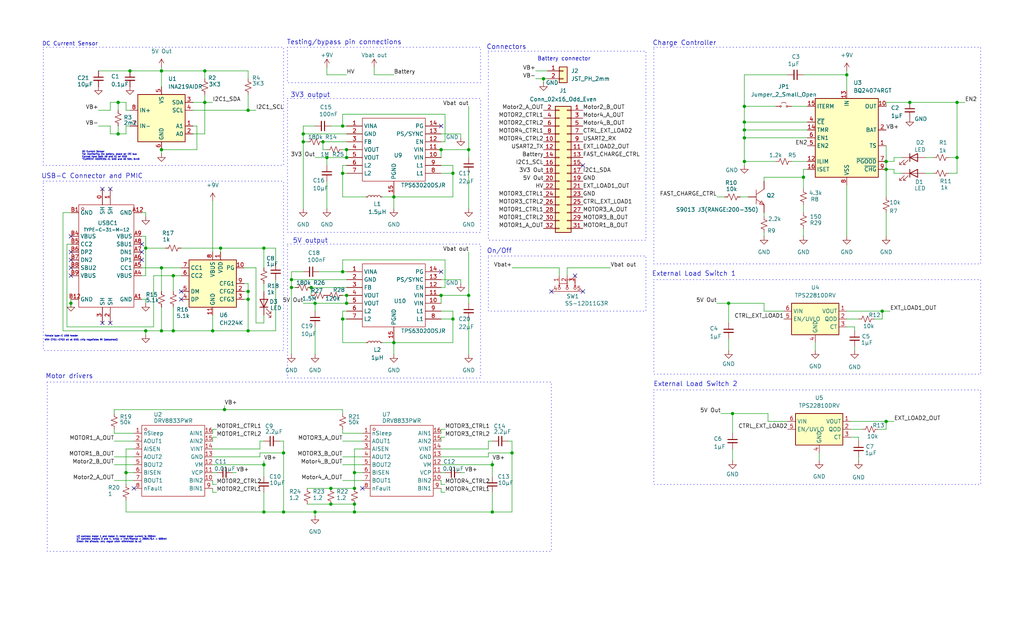
<source format=kicad_sch>
(kicad_sch (version 20250114) (generator "eeschema") (generator_version "9.0")
  (paper "User" 330.2 203.2)
  (title_block (title "Power Subsystem") (date "2025-03-19") (rev "v1") (company "UCT") (comment 1 "Michael Smith") (comment 2 "Michael Lighton"))
  (lib_symbols
    (symbol "Battery_Management:BQ24074RGT"
      (property "Reference" "U" (at -8.89 13.97 0))
      (property "Value" "BQ24074RGT" (at 16.51 13.97 0))
      (symbol "BQ24074RGT_1_1"
        (pin input line (at -12.7 10.16 0) (length 2.54) (name "ITERM") (number "15"))
        (pin input line (at -12.7 5.08 0) (length 2.54) (name "~{CE}") (number "4"))
        (pin input line (at -12.7 2.54 0) (length 2.54) (name "TMR") (number "14"))
        (pin input line (at -12.7 0 0) (length 2.54) (name "EN1") (number "6"))
        (pin input line (at -12.7 -2.54 0) (length 2.54) (name "EN2") (number "5"))
        (pin passive line (at -12.7 -7.62 0) (length 2.54) (name "ILIM") (number "12"))
        (pin passive line (at -12.7 -10.16 0) (length 2.54) (name "ISET") (number "16"))
        (pin power_in line (at 0 15.24 270) (length 2.54) (name "IN") (number "13"))
        (pin passive line (at 0 -15.24 90) (length 2.54) (hide yes) (name "VSS") (number "17"))
        (pin power_in line (at 0 -15.24 90) (length 2.54) (name "VSS") (number "8"))
        (pin power_out line (at 12.7 10.16 180) (length 2.54) (name "OUT") (number "10"))
        (pin passive line (at 12.7 10.16 180) (length 2.54) (hide yes) (name "OUT") (number "11"))
        (pin power_out line (at 12.7 2.54 180) (length 2.54) (name "BAT") (number "2"))
        (pin passive line (at 12.7 2.54 180) (length 2.54) (hide yes) (name "BAT") (number "3"))
        (pin passive line (at 12.7 -2.54 180) (length 2.54) (name "TS") (number "1"))
        (pin open_collector line (at 12.7 -7.62 180) (length 2.54) (name "~{PGOOD}") (number "7"))
        (pin open_collector line (at 12.7 -10.16 180) (length 2.54) (name "~{CHG}") (number "9"))
      )
    )
    (symbol "Connector_Generic:Conn_01x02" (pin_names (offset 1.016) (hide yes))
      (property "Reference" "J" (at 0 2.54 0))
      (property "Value" "Conn_01x02" (at 0 -5.08 0))
      (symbol "Conn_01x02_1_1"
        (pin passive line (at -5.08 0 0) (length 3.81) (name "Pin_1") (number "1"))
        (pin passive line (at -5.08 -2.54 0) (length 3.81) (name "Pin_2") (number "2"))
      )
    )
    (symbol "Connector_Generic:Conn_02x16_Odd_Even" (pin_names (offset 1.016) (hide yes))
      (property "Reference" "J" (at 1.27 20.32 0))
      (property "Value" "Conn_02x16_Odd_Even" (at 1.27 -22.86 0))
      (symbol "Conn_02x16_Odd_Even_1_1"
        (pin passive line (at -5.08 17.78 0) (length 3.81) (name "Pin_1") (number "1"))
        (pin passive line (at -5.08 15.24 0) (length 3.81) (name "Pin_3") (number "3"))
        (pin passive line (at -5.08 12.7 0) (length 3.81) (name "Pin_5") (number "5"))
        (pin passive line (at -5.08 10.16 0) (length 3.81) (name "Pin_7") (number "7"))
        (pin passive line (at -5.08 7.62 0) (length 3.81) (name "Pin_9") (number "9"))
        (pin passive line (at -5.08 5.08 0) (length 3.81) (name "Pin_11") (number "11"))
        (pin passive line (at -5.08 2.54 0) (length 3.81) (name "Pin_13") (number "13"))
        (pin passive line (at -5.08 0 0) (length 3.81) (name "Pin_15") (number "15"))
        (pin passive line (at -5.08 -2.54 0) (length 3.81) (name "Pin_17") (number "17"))
        (pin passive line (at -5.08 -5.08 0) (length 3.81) (name "Pin_19") (number "19"))
        (pin passive line (at -5.08 -7.62 0) (length 3.81) (name "Pin_21") (number "21"))
        (pin passive line (at -5.08 -10.16 0) (length 3.81) (name "Pin_23") (number "23"))
        (pin passive line (at -5.08 -12.7 0) (length 3.81) (name "Pin_25") (number "25"))
        (pin passive line (at -5.08 -15.24 0) (length 3.81) (name "Pin_27") (number "27"))
        (pin passive line (at -5.08 -17.78 0) (length 3.81) (name "Pin_29") (number "29"))
        (pin passive line (at -5.08 -20.32 0) (length 3.81) (name "Pin_31") (number "31"))
        (pin passive line (at 7.62 17.78 180) (length 3.81) (name "Pin_2") (number "2"))
        (pin passive line (at 7.62 15.24 180) (length 3.81) (name "Pin_4") (number "4"))
        (pin passive line (at 7.62 12.7 180) (length 3.81) (name "Pin_6") (number "6"))
        (pin passive line (at 7.62 10.16 180) (length 3.81) (name "Pin_8") (number "8"))
        (pin passive line (at 7.62 7.62 180) (length 3.81) (name "Pin_10") (number "10"))
        (pin passive line (at 7.62 5.08 180) (length 3.81) (name "Pin_12") (number "12"))
        (pin passive line (at 7.62 2.54 180) (length 3.81) (name "Pin_14") (number "14"))
        (pin passive line (at 7.62 0 180) (length 3.81) (name "Pin_16") (number "16"))
        (pin passive line (at 7.62 -2.54 180) (length 3.81) (name "Pin_18") (number "18"))
        (pin passive line (at 7.62 -5.08 180) (length 3.81) (name "Pin_20") (number "20"))
        (pin passive line (at 7.62 -7.62 180) (length 3.81) (name "Pin_22") (number "22"))
        (pin passive line (at 7.62 -10.16 180) (length 3.81) (name "Pin_24") (number "24"))
        (pin passive line (at 7.62 -12.7 180) (length 3.81) (name "Pin_26") (number "26"))
        (pin passive line (at 7.62 -15.24 180) (length 3.81) (name "Pin_28") (number "28"))
        (pin passive line (at 7.62 -17.78 180) (length 3.81) (name "Pin_30") (number "30"))
        (pin passive line (at 7.62 -20.32 180) (length 3.81) (name "Pin_32") (number "32"))
      )
    )
    (symbol "Device:C_Small" (pin_numbers (hide yes)) (pin_names (offset 0.254) (hide yes))
      (property "Reference" "C" (at 0.254 1.778 0))
      (property "Value" "C_Small" (at 0.254 -2.032 0))
      (symbol "C_Small_1_1"
        (pin passive line (at 0 2.54 270) (length 2.032) (name "~") (number "1"))
        (pin passive line (at 0 -2.54 90) (length 2.032) (name "~") (number "2"))
      )
    )
    (symbol "Device:LED" (pin_numbers (hide yes)) (pin_names (offset 1.016) (hide yes))
      (property "Reference" "D" (at 0 2.54 0))
      (property "Value" "LED" (at 0 -2.54 0))
      (symbol "LED_1_1"
        (pin passive line (at -3.81 0 0) (length 2.54) (name "K") (number "1"))
        (pin passive line (at 3.81 0 180) (length 2.54) (name "A") (number "2"))
      )
    )
    (symbol "Device:L_Small" (pin_numbers (hide yes)) (pin_names (offset 0.254) (hide yes))
      (property "Reference" "L" (at 0.762 1.016 0))
      (property "Value" "L_Small" (at 0.762 -1.016 0))
      (symbol "L_Small_1_1"
        (pin passive line (at 0 2.54 270) (length 0.508) (name "~") (number "1"))
        (pin passive line (at 0 -2.54 90) (length 0.508) (name "~") (number "2"))
      )
    )
    (symbol "Device:R_Small_US" (pin_numbers (hide yes)) (pin_names (offset 0.254) (hide yes))
      (property "Reference" "R" (at 0.762 0.508 0))
      (property "Value" "R_Small_US" (at 0.762 -1.016 0))
      (symbol "R_Small_US_1_1"
        (pin passive line (at 0 2.54 270) (length 1.016) (name "~") (number "1"))
        (pin passive line (at 0 -2.54 90) (length 1.016) (name "~") (number "2"))
      )
    )
    (symbol "Interface_USB:CH224K"
      (property "Reference" "U" (at -7.874 -8.89 0))
      (property "Value" "CH224K" (at 3.048 -8.89 0))
      (symbol "CH224K_1_1"
        (pin bidirectional line (at -10.16 5.08 0) (length 2.54) (name "CC1") (number "7"))
        (pin bidirectional line (at -10.16 2.54 0) (length 2.54) (name "CC2") (number "6"))
        (pin bidirectional line (at -10.16 -2.54 0) (length 2.54) (name "DM") (number "5"))
        (pin bidirectional line (at -10.16 -5.08 0) (length 2.54) (name "DP") (number "4"))
        (pin passive line (at 0 10.16 270) (length 2.54) (name "VBUS") (number "8"))
        (pin power_in line (at 0 -10.16 90) (length 2.54) (name "GND") (number "11"))
        (pin power_in line (at 2.54 10.16 270) (length 2.54) (name "VDD") (number "1"))
        (pin open_collector line (at 10.16 5.08 180) (length 2.54) (name "PG") (number "10"))
        (pin passive line (at 10.16 0 180) (length 2.54) (name "CFG1") (number "9"))
        (pin passive line (at 10.16 -2.54 180) (length 2.54) (name "CFG2") (number "2"))
        (pin passive line (at 10.16 -5.08 180) (length 2.54) (name "CFG3") (number "3"))
      )
    )
    (symbol "Jumper:Jumper_2_Small_Open" (pin_numbers (hide yes)) (pin_names (offset 0) (hide yes)) (exclude_from_sim yes)
      (property "Reference" "JP" (at 0 2.794 0))
      (property "Value" "Jumper_2_Small_Open" (at 0 -2.286 0))
      (symbol "Jumper_2_Small_Open_1_1"
        (pin passive line (at -2.54 0 0) (length 1.27) (name "A") (number "1"))
        (pin passive line (at 2.54 0 180) (length 1.27) (name "B") (number "2"))
      )
    )
    (symbol "Power_Management:TPS22810DRV"
      (property "Reference" "U" (at -6.35 6.35 0))
      (property "Value" "TPS22810DRV" (at 7.62 -6.35 0))
      (symbol "TPS22810DRV_1_1"
        (pin power_in line (at -10.16 2.54 0) (length 2.54) (name "VIN") (number "6"))
        (pin input line (at -10.16 0 0) (length 2.54) (name "EN/UVLO") (number "5"))
        (pin power_in line (at 0 -7.62 90) (length 2.54) (name "GND") (number "4"))
        (pin passive line (at 0 -7.62 90) (length 2.54) (hide yes) (name "GND") (number "7"))
        (pin power_out line (at 10.16 2.54 180) (length 2.54) (name "VOUT") (number "1"))
        (pin open_collector line (at 10.16 0 180) (length 2.54) (name "QOD") (number "2"))
        (pin output line (at 10.16 -2.54 180) (length 2.54) (name "CT") (number "3"))
      )
    )
    (symbol "S9013 J31_S9013 J3-altium-import:root_0_S9013 J3(RANGE{colon}200-350)_" (pin_numbers (hide yes)) (pin_names (hide yes))
      (symbol "root_0_S9013 J3(RANGE{colon}200-350)__1_0"
        (pin passive line (at -2.54 0 0) (length 2.54) (name "B") (number "1"))
        (pin passive line (at 2.54 5.08 270) (length 2.54) (name "C") (number "3"))
        (pin passive line (at 2.54 -5.08 90) (length 2.54) (name "E") (number "2"))
      )
    )
    (symbol "SS-12D11G3R1_SS-12D11G3R-altium-import:root_0_SS-12D11G3R_" (pin_names (hide yes))
      (symbol "root_0_SS-12D11G3R__1_0"
        (pin passive line (at -5.08 -2.54 0) (length 2.54) (name "4") (number "4"))
        (pin passive line (at -2.54 2.54 270) (length 2.54) (name "1") (number "1"))
        (pin passive line (at 0 2.54 270) (length 2.54) (name "2") (number "2"))
        (pin passive line (at 2.54 2.54 270) (length 2.54) (name "3") (number "3"))
        (pin passive line (at 5.08 -2.54 180) (length 2.54) (name "5") (number "5"))
      )
    )
    (symbol "Sensor_Energy:INA219AxD"
      (property "Reference" "U" (at -6.35 8.89 0))
      (property "Value" "INA219AxD" (at 5.08 8.89 0))
      (symbol "INA219AxD_1_1"
        (pin input line (at -10.16 2.54 0) (length 2.54) (name "IN+") (number "8"))
        (pin input line (at -10.16 -2.54 0) (length 2.54) (name "IN-") (number "7"))
        (pin power_in line (at 0 10.16 270) (length 2.54) (name "VS") (number "5"))
        (pin power_in line (at 0 -10.16 90) (length 2.54) (name "GND") (number "6"))
        (pin bidirectional line (at 10.16 5.08 180) (length 2.54) (name "SDA") (number "3"))
        (pin input line (at 10.16 2.54 180) (length 2.54) (name "SCL") (number "4"))
        (pin input line (at 10.16 -2.54 180) (length 2.54) (name "A1") (number "1"))
        (pin input line (at 10.16 -5.08 180) (length 2.54) (name "A0") (number "2"))
      )
    )
    (symbol "TPS63020DSJR1_TPS63020DSJR-altium-import:root_0_TPS63020DSJR_"
      (symbol "root_0_TPS63020DSJR__1_0"
        (pin passive line (at -15.24 10.16 0) (length 5.08) (name "VINA") (number "1"))
        (pin passive line (at -15.24 7.62 0) (length 5.08) (name "GND") (number "2"))
        (pin passive line (at -15.24 5.08 0) (length 5.08) (name "FB") (number "3"))
        (pin passive line (at -15.24 2.54 0) (length 5.08) (name "VOUT") (number "4"))
        (pin passive line (at -15.24 0 0) (length 5.08) (name "VOUT") (number "5"))
        (pin passive line (at -15.24 -2.54 0) (length 5.08) (name "L2") (number "6"))
        (pin passive line (at -15.24 -5.08 0) (length 5.08) (name "L2") (number "7"))
        (pin passive line (at 0 -12.7 90) (length 5.08) (name "PGND") (number "15"))
        (pin passive line (at 15.24 10.16 180) (length 5.08) (name "PG") (number "14"))
        (pin passive line (at 15.24 7.62 180) (length 5.08) (name "PS/SYNC") (number "13"))
        (pin passive line (at 15.24 5.08 180) (length 5.08) (name "EN") (number "12"))
        (pin passive line (at 15.24 2.54 180) (length 5.08) (name "VIN") (number "11"))
        (pin passive line (at 15.24 0 180) (length 5.08) (name "VIN") (number "10"))
        (pin passive line (at 15.24 -2.54 180) (length 5.08) (name "L1") (number "9"))
        (pin passive line (at 15.24 -5.08 180) (length 5.08) (name "L1") (number "8"))
      )
    )
    (symbol "hbridge-altium-import:root_0_DRV8833PWR_"
      (symbol "root_0_DRV8833PWR__1_0"
        (pin passive line (at -12.7 8.89 0) (length 2.54) (name "nSleep") (number "1"))
        (pin passive line (at -12.7 6.35 0) (length 2.54) (name "AOUT1") (number "2"))
        (pin passive line (at -12.7 3.81 0) (length 2.54) (name "AISEN") (number "3"))
        (pin passive line (at -12.7 1.27 0) (length 2.54) (name "AOUT2") (number "4"))
        (pin passive line (at -12.7 -1.27 0) (length 2.54) (name "BOUT2") (number "5"))
        (pin passive line (at -12.7 -3.81 0) (length 2.54) (name "BISEN") (number "6"))
        (pin passive line (at -12.7 -6.35 0) (length 2.54) (name "BOUT1") (number "7"))
        (pin passive line (at -12.7 -8.89 0) (length 2.54) (name "nFault") (number "8"))
        (pin passive line (at 12.7 8.89 180) (length 2.54) (name "AIN1") (number "16"))
        (pin passive line (at 12.7 6.35 180) (length 2.54) (name "AIN2") (number "15"))
        (pin passive line (at 12.7 3.81 180) (length 2.54) (name "VINT") (number "14"))
        (pin passive line (at 12.7 1.27 180) (length 2.54) (name "GND") (number "13"))
        (pin passive line (at 12.7 -1.27 180) (length 2.54) (name "VM") (number "12"))
        (pin passive line (at 12.7 -3.81 180) (length 2.54) (name "VCP") (number "11"))
        (pin passive line (at 12.7 -6.35 180) (length 2.54) (name "BIN2") (number "10"))
        (pin passive line (at 12.7 -8.89 180) (length 2.54) (name "BIN1") (number "9"))
      )
    )
    (symbol "power:+9V" (power) (pin_numbers (hide yes)) (pin_names (offset 0) (hide yes))
      (property "Value" "+9V" (at 0 3.556 0))
      (symbol "+9V_1_1"
        (pin power_in line (at 0 0 90) (length 0) (name "~") (number "1"))
      )
    )
    (symbol "power:GND" (power) (pin_numbers (hide yes)) (pin_names (offset 0) (hide yes))
      (property "Value" "GND" (at 0 -3.81 0))
      (symbol "GND_1_1"
        (pin power_in line (at 0 0 270) (length 0) (name "~") (number "1"))
      )
    )
    (symbol "power:VCC" (power) (pin_numbers (hide yes)) (pin_names (offset 0) (hide yes))
      (property "Value" "VCC" (at 0 3.556 0))
      (symbol "VCC_1_1"
        (pin power_in line (at 0 0 90) (length 0) (name "~") (number "1"))
      )
    )
    (symbol "usb_c-altium-import:root_0_TYPE-C-31-M-12_"
      (symbol "root_0_TYPE-C-31-M-12__1_0"
        (pin passive line (at -11.43 13.97 0) (length 2.54) (name "GND") (number "B1"))
        (pin passive line (at -11.43 6.35 0) (length 2.54) (name "VBUS") (number "B4"))
        (pin passive line (at -11.43 3.81 0) (length 2.54) (name "CC2") (number "B5"))
        (pin passive line (at -11.43 1.27 0) (length 2.54) (name "DP2") (number "B6"))
        (pin passive line (at -11.43 -1.27 0) (length 2.54) (name "DN2") (number "B7"))
        (pin passive line (at -11.43 -3.81 0) (length 2.54) (name "SBU2") (number "B8"))
        (pin passive line (at -11.43 -6.35 0) (length 2.54) (name "VBUS") (number "B9"))
        (pin passive line (at -11.43 -13.97 0) (length 2.54) (name "GND") (number "B12"))
        (pin passive line (at -1.27 21.59 270) (length 5.08) (name "SH") (number "0"))
        (pin passive line (at -1.27 -21.59 90) (length 5.08) (name "SH") (number "3"))
        (pin passive line (at 1.27 21.59 270) (length 5.08) (name "SH") (number "1"))
        (pin passive line (at 1.27 -21.59 90) (length 5.08) (name "SH") (number "2"))
        (pin passive line (at 11.43 13.97 180) (length 2.54) (name "GND") (number "A12"))
        (pin passive line (at 11.43 6.35 180) (length 2.54) (name "VBUS") (number "A9"))
        (pin passive line (at 11.43 3.81 180) (length 2.54) (name "SBU1") (number "A8"))
        (pin passive line (at 11.43 1.27 180) (length 2.54) (name "DN1") (number "A7"))
        (pin passive line (at 11.43 -1.27 180) (length 2.54) (name "DP1") (number "A6"))
        (pin passive line (at 11.43 -3.81 180) (length 2.54) (name "CC1") (number "A5"))
        (pin passive line (at 11.43 -6.35 180) (length 2.54) (name "VBUS") (number "A4"))
        (pin passive line (at 11.43 -13.97 180) (length 2.54) (name "GND") (number "A1"))
      )
    )
  )
  (rectangle (start 210.82 90.17) (end 316.23 120.65) (stroke (width 0.254) (type dot) (color 74 68 255 1)))
  (rectangle (start 210.82 15.24) (end 316.23 85.09) (stroke (width 0.254) (type dot) (color 74 68 255 1)))
  (rectangle (start 13.97 15.24) (end 91.44 53.34) (stroke (width 0.254) (type dot) (color 74 68 255 1)))
  (rectangle (start 15.24 123.19) (end 177.8 177.8) (stroke (width 0.254) (type dot) (color 74 68 255 1)))
  (rectangle (start 92.71 31.75) (end 154.94 74.93) (stroke (width 0.254) (type dot) (color 74 68 255 1)))
  (rectangle (start 92.71 15.24) (end 154.94 26.67) (stroke (width 0.254) (type dot) (color 74 68 255 1)))
  (rectangle (start 157.48 16.51) (end 208.28 77.47) (stroke (width 0.254) (type dot) (color 74 68 255 1)))
  (rectangle (start 13.97 58.42) (end 91.44 113.03) (stroke (width 0.254) (type dot) (color 74 68 255 1)))
  (rectangle (start 210.82 125.73) (end 316.23 156.21) (stroke (width 0.254) (type dot) (color 74 68 255 1)))
  (rectangle (start 157.48 82.55) (end 208.28 100.33) (stroke (width 0.254) (type dot) (color 74 68 255 1)))
  (rectangle (start 92.71 78.74) (end 154.94 121.92) (stroke (width 0.254) (type dot) (color 74 68 255 1)))
  (text "Battery connector\n" (exclude_from_sim yes) (at 181.864 19.05 0) (effects (font (size 1.27 1.27))))
  (text "U2 controls motor 1 and motor 2, rated motor current is 200mA\nU7 controls motors 3 and 4, Ichop = Vref/Rsense = 200m/0.4 = 500mA\nCheck the pinouts, very vague when referenced to uC\n" (at 24.638 173.99 0) (effects (font (size 0.508 0.508)) (justify left)))
  (text "DC Current Sensor" (at 22.606 14.224 0) (effects (font (size 1.27 1.27))))
  (text "External Load Switch 2\n" (at 224.282 123.952 0) (effects (font (size 1.524 1.524))))
  (text "Connectors" (at 163.322 15.24 0) (effects (font (size 1.524 1.524))))
  (text "DC Current Sensor\nFor monitoring the battery, place on I2C bus \nCannot have both A0 and A1 on GND\n*CURRENT ADDRESS: A1 GND and A0 SDA, 0x40" (at 26.416 50.292 0) (effects (font (size 0.508 0.508)) (justify left)))
  (text "Motor drivers" (at 22.352 121.412 0) (effects (font (size 1.524 1.524))))
  (text "Charge Controller" (at 220.726 13.97 0) (effects (font (size 1.524 1.524))))
  (text "Female type-C USB header\n" (at 19.812 108.458 0) (effects (font (size 0.508 0.508))))
  (text "3V3 output\n" (at 100.076 30.734 0) (effects (font (size 1.524 1.524))))
  (text "On/Off\n" (at 161.036 81.026 0) (effects (font (size 1.524 1.524))))
  (text "5V output\n" (at 100.076 77.724 0) (effects (font (size 1.524 1.524))))
  (text "Testing/bypass pin connections" (at 110.998 13.716 0) (effects (font (size 1.524 1.524))))
  (text "With CFG1-CFG3 all at GND, chip negotiates 9V (datasheet)" (at 26.162 109.728 0) (effects (font (size 0.508 0.508))))
  (text "External Load Switch 1\n" (at 223.774 88.392 0) (effects (font (size 1.524 1.524))))
  (text "USB-C Connector and PMIC" (at 29.718 56.896 0) (effects (font (size 1.524 1.524))))
  (junction (at 240.03 52.07))
  (junction (at 80.01 96.52))
  (junction (at 127 63.5))
  (junction (at 127 110.49))
  (junction (at 110.49 40.64))
  (junction (at 91.44 165.1))
  (junction (at 104.14 45.72))
  (junction (at 110.49 102.87))
  (junction (at 240.03 41.91))
  (junction (at 110.49 87.63))
  (junction (at 240.03 39.37))
  (junction (at 259.08 57.15))
  (junction (at 158.75 149.86))
  (junction (at 41.91 22.86))
  (junction (at 114.3 165.1))
  (junction (at 111.76 50.8))
  (junction (at 234.95 97.79))
  (junction (at 175.26 25.4))
  (junction (at 40.64 152.4))
  (junction (at 111.76 95.25))
  (junction (at 114.3 157.48))
  (junction (at 72.39 132.08))
  (junction (at 146.05 102.87))
  (junction (at 46.99 106.68))
  (junction (at 165.1 146.05))
  (junction (at 114.3 162.56))
  (junction (at 236.22 133.35))
  (junction (at 111.76 97.79))
  (junction (at 114.3 152.4))
  (junction (at 97.79 43.18))
  (junction (at 110.49 55.88))
  (junction (at 66.04 22.86))
  (junction (at 308.61 50.8))
  (junction (at 85.09 80.01))
  (junction (at 158.75 165.1))
  (junction (at 111.76 48.26))
  (junction (at 105.41 50.8))
  (junction (at 46.99 80.01))
  (junction (at 284.48 100.33))
  (junction (at 80.01 93.98))
  (junction (at 151.13 95.25))
  (junction (at 93.98 92.71))
  (junction (at 106.68 162.56))
  (junction (at 71.12 80.01))
  (junction (at 273.05 24.13))
  (junction (at 80.01 35.56))
  (junction (at 22.86 97.79))
  (junction (at 91.44 146.05))
  (junction (at 55.88 88.9))
  (junction (at 97.79 45.72))
  (junction (at 68.58 106.68))
  (junction (at 151.13 48.26))
  (junction (at 240.03 44.45))
  (junction (at 66.04 33.02))
  (junction (at 308.61 33.02))
  (junction (at 285.75 54.61))
  (junction (at 293.37 33.02))
  (junction (at 38.1 43.18))
  (junction (at 38.1 33.02))
  (junction (at 100.33 92.71))
  (junction (at 285.75 135.89))
  (junction (at 80.01 106.68))
  (junction (at 85.09 149.86))
  (junction (at 146.05 55.88))
  (junction (at 142.24 95.25))
  (junction (at 52.07 22.86))
  (junction (at 93.98 90.17))
  (junction (at 240.03 34.29))
  (junction (at 142.24 48.26))
  (junction (at 52.07 48.26))
  (junction (at 285.75 52.07))
  (junction (at 106.68 157.48))
  (junction (at 101.6 97.79))
  (junction (at 52.07 106.68))
  (junction (at 55.88 106.68))
  (junction (at 101.6 165.1))
  (junction (at 85.09 165.1))
  (junction (at 52.07 86.36))
  (no_connect (at 45.72 78.74))
  (no_connect (at 58.42 93.98))
  (no_connect (at 22.86 76.2))
  (no_connect (at 116.84 157.48))
  (no_connect (at 177.8 93.98))
  (no_connect (at 33.02 104.14))
  (no_connect (at 22.86 88.9))
  (no_connect (at 43.18 157.48))
  (no_connect (at 22.86 86.36))
  (no_connect (at 185.42 88.9))
  (no_connect (at 142.24 40.64))
  (no_connect (at 45.72 83.82))
  (no_connect (at 22.86 83.82))
  (no_connect (at 187.96 53.34))
  (no_connect (at 45.72 81.28))
  (no_connect (at 35.56 104.14))
  (no_connect (at 142.24 87.63))
  (no_connect (at 35.56 60.96))
  (no_connect (at 22.86 81.28))
  (no_connect (at 33.02 60.96))
  (no_connect (at 187.96 93.98))
  (no_connect (at 58.42 96.52))
  (wire (pts (xy 114.3 162.56) (xy 114.3 165.1)))
  (wire (pts (xy 110.49 139.7) (xy 110.49 138.43)))
  (wire (pts (xy 143.51 36.83) (xy 110.49 36.83)))
  (wire (pts (xy 46.99 106.68) (xy 52.07 106.68)))
  (wire (pts (xy 240.03 39.37) (xy 240.03 41.91)))
  (wire (pts (xy 36.83 139.7) (xy 36.83 138.43)))
  (wire (pts (xy 40.64 152.4) (xy 43.18 152.4)))
  (wire (pts (xy 31.75 35.56) (xy 35.56 35.56)))
  (wire (pts (xy 151.13 95.25) (xy 151.13 97.79)))
  (wire (pts (xy 240.03 34.29) (xy 250.19 34.29)))
  (wire (pts (xy 240.03 44.45) (xy 260.35 44.45)))
  (wire (pts (xy 62.23 33.02) (xy 66.04 33.02)))
  (wire (pts (xy 306.07 55.88) (xy 308.61 55.88)))
  (wire (pts (xy 110.49 87.63) (xy 111.76 87.63)))
  (wire (pts (xy 80.01 93.98) (xy 80.01 96.52)))
  (wire (pts (xy 236.22 133.35) (xy 247.65 133.35)))
  (wire (pts (xy 275.59 105.41) (xy 275.59 106.68)))
  (wire (pts (xy 78.74 96.52) (xy 80.01 96.52)))
  (wire (pts (xy 142.24 140.97) (xy 143.51 140.97)))
  (wire (pts (xy 93.98 87.63) (xy 97.79 87.63)))
  (wire (pts (xy 142.24 149.86) (xy 158.75 149.86)))
  (wire (pts (xy 110.49 40.64) (xy 111.76 40.64)))
  (wire (pts (xy 158.75 148.59) (xy 158.75 149.86)))
  (wire (pts (xy 274.32 135.89) (xy 285.75 135.89)))
  (wire (pts (xy 259.08 66.04) (xy 259.08 68.58)))
  (wire (pts (xy 175.26 25.4) (xy 176.53 25.4)))
  (wire (pts (xy 262.89 110.49) (xy 262.89 113.03)))
  (wire (pts (xy 285.75 135.89) (xy 285.75 138.43)))
  (wire (pts (xy 142.24 43.18) (xy 148.59 43.18)))
  (wire (pts (xy 252.73 100.33) (xy 246.38 100.33)))
  (wire (pts (xy 246.38 100.33) (xy 246.38 97.79)))
  (wire (pts (xy 102.87 87.63) (xy 110.49 87.63)))
  (wire (pts (xy 100.33 92.71) (xy 111.76 92.71)))
  (wire (pts (xy 80.01 96.52) (xy 80.01 106.68)))
  (wire (pts (xy 36.83 132.08) (xy 36.83 133.35)))
  (wire (pts (xy 49.53 88.9) (xy 55.88 88.9)))
  (wire (pts (xy 85.09 101.6) (xy 85.09 104.14)))
  (wire (pts (xy 285.75 54.61) (xy 285.75 63.5)))
  (wire (pts (xy 127 63.5) (xy 146.05 63.5)))
  (wire (pts (xy 110.49 154.94) (xy 116.84 154.94)))
  (wire (pts (xy 100.33 92.71) (xy 100.33 95.25)))
  (wire (pts (xy 40.64 40.64) (xy 40.64 43.18)))
  (wire (pts (xy 66.04 33.02) (xy 68.58 33.02)))
  (wire (pts (xy 246.38 57.15) (xy 259.08 57.15)))
  (wire (pts (xy 40.64 35.56) (xy 41.91 35.56)))
  (wire (pts (xy 20.32 106.68) (xy 46.99 106.68)))
  (wire (pts (xy 163.83 142.24) (xy 165.1 142.24)))
  (wire (pts (xy 80.01 106.68) (xy 68.58 106.68)))
  (wire (pts (xy 46.99 96.52) (xy 46.99 97.79)))
  (wire (pts (xy 288.29 55.88) (xy 290.83 55.88)))
  (wire (pts (xy 106.68 157.48) (xy 114.3 157.48)))
  (wire (pts (xy 151.13 81.28) (xy 151.13 95.25)))
  (wire (pts (xy 110.49 83.82) (xy 110.49 87.63)))
  (wire (pts (xy 234.95 97.79) (xy 234.95 104.14)))
  (wire (pts (xy 273.05 59.69) (xy 273.05 76.2)))
  (wire (pts (xy 172.72 22.86) (xy 176.53 22.86)))
  (wire (pts (xy 93.98 90.17) (xy 111.76 90.17)))
  (wire (pts (xy 46.99 80.01) (xy 53.34 80.01)))
  (wire (pts (xy 180.34 86.36) (xy 180.34 88.9)))
  (wire (pts (xy 85.09 104.14) (xy 82.55 104.14)))
  (wire (pts (xy 255.27 34.29) (xy 260.35 34.29)))
  (wire (pts (xy 273.05 24.13) (xy 273.05 29.21)))
  (wire (pts (xy 293.37 33.02) (xy 308.61 33.02)))
  (wire (pts (xy 284.48 100.33) (xy 284.48 102.87)))
  (wire (pts (xy 46.99 76.2) (xy 46.99 80.01)))
  (wire (pts (xy 143.51 83.82) (xy 110.49 83.82)))
  (wire (pts (xy 68.58 147.32) (xy 83.82 147.32)))
  (wire (pts (xy 85.09 165.1) (xy 91.44 165.1)))
  (wire (pts (xy 114.3 152.4) (xy 116.84 152.4)))
  (wire (pts (xy 285.75 52.07) (xy 288.29 52.07)))
  (wire (pts (xy 306.07 50.8) (xy 308.61 50.8)))
  (wire (pts (xy 105.41 50.8) (xy 111.76 50.8)))
  (wire (pts (xy 254 135.89) (xy 247.65 135.89)))
  (wire (pts (xy 52.07 48.26) (xy 63.5 48.26)))
  (wire (pts (xy 142.24 144.78) (xy 157.48 144.78)))
  (wire (pts (xy 142.24 45.72) (xy 143.51 45.72)))
  (wire (pts (xy 52.07 22.86) (xy 66.04 22.86)))
  (wire (pts (xy 285.75 135.89) (xy 288.29 135.89)))
  (wire (pts (xy 118.11 110.49) (xy 110.49 110.49)))
  (wire (pts (xy 240.03 52.07) (xy 240.03 53.34)))
  (wire (pts (xy 101.6 165.1) (xy 114.3 165.1)))
  (wire (pts (xy 35.56 40.64) (xy 35.56 43.18)))
  (wire (pts (xy 88.9 80.01) (xy 88.9 85.09)))
  (wire (pts (xy 85.09 80.01) (xy 88.9 80.01)))
  (wire (pts (xy 148.59 90.17) (xy 148.59 91.44)))
  (wire (pts (xy 93.98 92.71) (xy 93.98 90.17)))
  (wire (pts (xy 104.14 45.72) (xy 111.76 45.72)))
  (wire (pts (xy 146.05 110.49) (xy 146.05 102.87)))
  (wire (pts (xy 273.05 102.87) (xy 276.86 102.87)))
  (wire (pts (xy 99.06 162.56) (xy 106.68 162.56)))
  (wire (pts (xy 38.1 40.64) (xy 38.1 43.18)))
  (wire (pts (xy 97.79 45.72) (xy 99.06 45.72)))
  (wire (pts (xy 78.74 93.98) (xy 80.01 93.98)))
  (wire (pts (xy 40.64 152.4) (xy 40.64 144.78)))
  (wire (pts (xy 85.09 149.86) (xy 85.09 153.67)))
  (wire (pts (xy 274.32 140.97) (xy 276.86 140.97)))
  (wire (pts (xy 142.24 154.94) (xy 142.24 156.21)))
  (wire (pts (xy 114.3 152.4) (xy 114.3 157.48)))
  (wire (pts (xy 246.38 74.93) (xy 246.38 76.2)))
  (wire (pts (xy 40.64 144.78) (xy 43.18 144.78)))
  (wire (pts (xy 260.35 54.61) (xy 259.08 54.61)))
  (wire (pts (xy 85.09 80.01) (xy 85.09 86.36)))
  (wire (pts (xy 127 110.49) (xy 146.05 110.49)))
  (wire (pts (xy 281.94 102.87) (xy 284.48 102.87)))
  (wire (pts (xy 101.6 97.79) (xy 111.76 97.79)))
  (wire (pts (xy 285.75 68.58) (xy 285.75 76.2)))
  (wire (pts (xy 83.82 146.05) (xy 91.44 146.05)))
  (wire (pts (xy 116.84 139.7) (xy 110.49 139.7)))
  (wire (pts (xy 143.51 45.72) (xy 143.51 36.83)))
  (wire (pts (xy 52.07 22.86) (xy 52.07 27.94)))
  (wire (pts (xy 106.68 162.56) (xy 114.3 162.56)))
  (wire (pts (xy 285.75 52.07) (xy 285.75 54.61)))
  (wire (pts (xy 142.24 157.48) (xy 142.24 158.75)))
  (wire (pts (xy 240.03 41.91) (xy 240.03 44.45)))
  (wire (pts (xy 151.13 34.29) (xy 151.13 48.26)))
  (wire (pts (xy 21.59 78.74) (xy 21.59 105.41)))
  (wire (pts (xy 83.82 142.24) (xy 83.82 144.78)))
  (wire (pts (xy 127 110.49) (xy 127 114.3)))
  (wire (pts (xy 66.04 22.86) (xy 66.04 25.4)))
  (wire (pts (xy 259.08 54.61) (xy 259.08 57.15)))
  (wire (pts (xy 80.01 91.44) (xy 80.01 93.98)))
  (wire (pts (xy 234.95 97.79) (xy 246.38 97.79)))
  (wire (pts (xy 114.3 165.1) (xy 158.75 165.1)))
  (wire (pts (xy 142.24 152.4) (xy 143.51 152.4)))
  (wire (pts (xy 142.24 156.21) (xy 143.51 156.21)))
  (wire (pts (xy 182.88 86.36) (xy 182.88 88.9)))
  (wire (pts (xy 46.99 106.68) (xy 46.99 107.95)))
  (wire (pts (xy 110.49 36.83) (xy 110.49 40.64)))
  (wire (pts (xy 240.03 44.45) (xy 240.03 52.07)))
  (wire (pts (xy 240.03 41.91) (xy 260.35 41.91)))
  (wire (pts (xy 80.01 106.68) (xy 88.9 106.68)))
  (wire (pts (xy 40.64 35.56) (xy 40.64 33.02)))
  (wire (pts (xy 41.91 22.86) (xy 52.07 22.86)))
  (wire (pts (xy 36.83 142.24) (xy 43.18 142.24)))
  (wire (pts (xy 259.08 24.13) (xy 273.05 24.13)))
  (wire (pts (xy 68.58 144.78) (xy 83.82 144.78)))
  (wire (pts (xy 68.58 154.94) (xy 68.58 156.21)))
  (wire (pts (xy 114.3 152.4) (xy 114.3 144.78)))
  (wire (pts (xy 82.55 104.14) (xy 82.55 86.36)))
  (wire (pts (xy 158.75 165.1) (xy 165.1 165.1)))
  (wire (pts (xy 40.64 161.29) (xy 40.64 165.1)))
  (wire (pts (xy 22.86 68.58) (xy 20.32 68.58)))
  (wire (pts (xy 182.88 86.36) (xy 196.85 86.36)))
  (wire (pts (xy 106.68 40.64) (xy 110.49 40.64)))
  (wire (pts (xy 97.79 67.31) (xy 97.79 45.72)))
  (wire (pts (xy 143.51 92.71) (xy 143.51 83.82)))
  (wire (pts (xy 36.83 154.94) (xy 43.18 154.94)))
  (wire (pts (xy 285.75 34.29) (xy 285.75 33.02)))
  (wire (pts (xy 45.72 68.58) (xy 46.99 68.58)))
  (wire (pts (xy 62.23 35.56) (xy 80.01 35.56)))
  (wire (pts (xy 127 63.5) (xy 127 67.31)))
  (wire (pts (xy 110.49 63.5) (xy 110.49 55.88)))
  (wire (pts (xy 276.86 140.97) (xy 276.86 142.24)))
  (wire (pts (xy 90.17 142.24) (xy 91.44 142.24)))
  (wire (pts (xy 157.48 146.05) (xy 165.1 146.05)))
  (wire (pts (xy 308.61 33.02) (xy 308.61 50.8)))
  (wire (pts (xy 71.12 80.01) (xy 71.12 81.28)))
  (wire (pts (xy 45.72 96.52) (xy 46.99 96.52)))
  (wire (pts (xy 247.65 135.89) (xy 247.65 133.35)))
  (wire (pts (xy 91.44 142.24) (xy 91.44 146.05)))
  (wire (pts (xy 80.01 35.56) (xy 82.55 35.56)))
  (wire (pts (xy 43.18 139.7) (xy 36.83 139.7)))
  (wire (pts (xy 110.49 132.08) (xy 110.49 133.35)))
  (wire (pts (xy 36.83 147.32) (xy 43.18 147.32)))
  (wire (pts (xy 165.1 86.36) (xy 180.34 86.36)))
  (wire (pts (xy 83.82 147.32) (xy 83.82 146.05)))
  (wire (pts (xy 246.38 58.42) (xy 246.38 57.15)))
  (wire (pts (xy 110.49 147.32) (xy 116.84 147.32)))
  (wire (pts (xy 120.65 21.59) (xy 120.65 24.13)))
  (wire (pts (xy 110.49 110.49) (xy 110.49 102.87)))
  (wire (pts (xy 240.03 24.13) (xy 254 24.13)))
  (wire (pts (xy 142.24 90.17) (xy 148.59 90.17)))
  (wire (pts (xy 236.22 133.35) (xy 236.22 139.7)))
  (wire (pts (xy 40.64 165.1) (xy 85.09 165.1)))
  (wire (pts (xy 110.49 102.87) (xy 111.76 102.87)))
  (wire (pts (xy 165.1 142.24) (xy 165.1 146.05)))
  (wire (pts (xy 104.14 48.26) (xy 105.41 48.26)))
  (wire (pts (xy 68.58 139.7) (xy 68.58 138.43)))
  (wire (pts (xy 146.05 102.87) (xy 146.05 100.33)))
  (wire (pts (xy 68.58 152.4) (xy 69.85 152.4)))
  (wire (pts (xy 72.39 132.08) (xy 110.49 132.08)))
  (wire (pts (xy 123.19 63.5) (xy 127 63.5)))
  (wire (pts (xy 142.24 147.32) (xy 157.48 147.32)))
  (wire (pts (xy 288.29 54.61) (xy 288.29 55.88)))
  (wire (pts (xy 142.24 95.25) (xy 142.24 97.79)))
  (wire (pts (xy 146.05 53.34) (xy 142.24 53.34)))
  (wire (pts (xy 91.44 165.1) (xy 101.6 165.1)))
  (wire (pts (xy 111.76 95.25) (xy 111.76 97.79)))
  (wire (pts (xy 142.24 138.43) (xy 143.51 138.43)))
  (wire (pts (xy 110.49 53.34) (xy 110.49 55.88)))
  (wire (pts (xy 158.75 158.75) (xy 158.75 165.1)))
  (wire (pts (xy 111.76 100.33) (xy 110.49 100.33)))
  (wire (pts (xy 264.16 146.05) (xy 264.16 148.59)))
  (wire (pts (xy 158.75 142.24) (xy 157.48 142.24)))
  (wire (pts (xy 45.72 88.9) (xy 46.99 88.9)))
  (wire (pts (xy 104.14 45.72) (xy 104.14 48.26)))
  (wire (pts (xy 93.98 114.3) (xy 93.98 92.71)))
  (wire (pts (xy 85.09 158.75) (xy 85.09 165.1)))
  (wire (pts (xy 308.61 50.8) (xy 308.61 55.88)))
  (wire (pts (xy 52.07 106.68) (xy 55.88 106.68)))
  (wire (pts (xy 255.27 52.07) (xy 260.35 52.07)))
  (wire (pts (xy 58.42 86.36) (xy 52.07 86.36)))
  (wire (pts (xy 114.3 144.78) (xy 116.84 144.78)))
  (wire (pts (xy 111.76 53.34) (xy 110.49 53.34)))
  (wire (pts (xy 85.09 91.44) (xy 85.09 93.98)))
  (wire (pts (xy 62.23 40.64) (xy 63.5 40.64)))
  (wire (pts (xy 151.13 55.88) (xy 151.13 67.31)))
  (wire (pts (xy 142.24 95.25) (xy 151.13 95.25)))
  (wire (pts (xy 240.03 52.07) (xy 250.19 52.07)))
  (wire (pts (xy 111.76 48.26) (xy 111.76 50.8)))
  (wire (pts (xy 148.59 43.18) (xy 148.59 44.45)))
  (wire (pts (xy 285.75 33.02) (xy 293.37 33.02)))
  (wire (pts (xy 105.41 21.59) (xy 105.41 24.13)))
  (wire (pts (xy 105.41 58.42) (xy 105.41 67.31)))
  (wire (pts (xy 246.38 68.58) (xy 246.38 69.85)))
  (wire (pts (xy 38.1 33.02) (xy 38.1 35.56)))
  (wire (pts (xy 93.98 92.71) (xy 95.25 92.71)))
  (wire (pts (xy 85.09 148.59) (xy 85.09 149.86)))
  (wire (pts (xy 97.79 43.18) (xy 111.76 43.18)))
  (wire (pts (xy 91.44 146.05) (xy 91.44 165.1)))
  (wire (pts (xy 142.24 48.26) (xy 151.13 48.26)))
  (wire (pts (xy 157.48 142.24) (xy 157.48 144.78)))
  (wire (pts (xy 22.86 96.52) (xy 22.86 97.79)))
  (wire (pts (xy 151.13 48.26) (xy 151.13 50.8)))
  (wire (pts (xy 142.24 158.75) (xy 143.51 158.75)))
  (wire (pts (xy 80.01 30.48) (xy 80.01 35.56)))
  (wire (pts (xy 97.79 45.72) (xy 97.79 43.18)))
  (wire (pts (xy 105.41 50.8) (xy 105.41 53.34)))
  (wire (pts (xy 273.05 105.41) (xy 275.59 105.41)))
  (wire (pts (xy 101.6 97.79) (xy 101.6 100.33)))
  (wire (pts (xy 240.03 34.29) (xy 240.03 39.37)))
  (wire (pts (xy 55.88 93.98) (xy 55.88 88.9)))
  (wire (pts (xy 72.39 130.81) (xy 72.39 132.08)))
  (wire (pts (xy 41.91 40.64) (xy 40.64 40.64)))
  (wire (pts (xy 298.45 50.8) (xy 300.99 50.8)))
  (wire (pts (xy 85.09 142.24) (xy 83.82 142.24)))
  (wire (pts (xy 151.13 102.87) (xy 151.13 114.3)))
  (wire (pts (xy 49.53 88.9) (xy 49.53 105.41)))
  (wire (pts (xy 97.79 97.79) (xy 101.6 97.79)))
  (wire (pts (xy 55.88 99.06) (xy 55.88 106.68)))
  (wire (pts (xy 148.59 152.4) (xy 149.86 152.4)))
  (wire (pts (xy 68.58 158.75) (xy 69.85 158.75)))
  (wire (pts (xy 142.24 92.71) (xy 143.51 92.71)))
  (wire (pts (xy 259.08 73.66) (xy 259.08 76.2)))
  (wire (pts (xy 68.58 140.97) (xy 69.85 140.97)))
  (wire (pts (xy 68.58 156.21) (xy 69.85 156.21)))
  (wire (pts (xy 38.1 43.18) (xy 40.64 43.18)))
  (wire (pts (xy 110.49 100.33) (xy 110.49 102.87)))
  (wire (pts (xy 78.74 86.36) (xy 82.55 86.36)))
  (wire (pts (xy 240.03 24.13) (xy 240.03 34.29)))
  (wire (pts (xy 234.95 109.22) (xy 234.95 113.03)))
  (wire (pts (xy 231.14 63.5) (xy 233.68 63.5)))
  (wire (pts (xy 284.48 100.33) (xy 287.02 100.33)))
  (wire (pts (xy 273.05 100.33) (xy 284.48 100.33)))
  (wire (pts (xy 285.75 54.61) (xy 288.29 54.61)))
  (wire (pts (xy 157.48 147.32) (xy 157.48 146.05)))
  (wire (pts (xy 45.72 86.36) (xy 52.07 86.36)))
  (wire (pts (xy 238.76 63.5) (xy 241.3 63.5)))
  (wire (pts (xy 45.72 76.2) (xy 46.99 76.2)))
  (wire (pts (xy 283.21 138.43) (xy 285.75 138.43)))
  (wire (pts (xy 165.1 146.05) (xy 165.1 165.1)))
  (wire (pts (xy 68.58 64.77) (xy 68.58 81.28)))
  (wire (pts (xy 68.58 157.48) (xy 68.58 158.75)))
  (wire (pts (xy 110.49 48.26) (xy 111.76 48.26)))
  (wire (pts (xy 22.86 78.74) (xy 21.59 78.74)))
  (wire (pts (xy 78.74 91.44) (xy 80.01 91.44)))
  (wire (pts (xy 175.26 25.4) (xy 175.26 26.67)))
  (wire (pts (xy 110.49 55.88) (xy 111.76 55.88)))
  (wire (pts (xy 142.24 48.26) (xy 142.24 50.8)))
  (wire (pts (xy 55.88 106.68) (xy 68.58 106.68)))
  (wire (pts (xy 97.79 40.64) (xy 101.6 40.64)))
  (wire (pts (xy 35.56 33.02) (xy 38.1 33.02)))
  (wire (pts (xy 288.29 52.07) (xy 288.29 50.8)))
  (wire (pts (xy 66.04 22.86) (xy 80.01 22.86)))
  (wire (pts (xy 74.93 152.4) (xy 76.2 152.4)))
  (wire (pts (xy 55.88 88.9) (xy 58.42 88.9)))
  (wire (pts (xy 308.61 33.02) (xy 311.15 33.02)))
  (wire (pts (xy 298.45 55.88) (xy 300.99 55.88)))
  (wire (pts (xy 35.56 33.02) (xy 35.56 35.56)))
  (wire (pts (xy 36.83 132.08) (xy 72.39 132.08)))
  (wire (pts (xy 146.05 55.88) (xy 146.05 53.34)))
  (wire (pts (xy 101.6 50.8) (xy 105.41 50.8)))
  (wire (pts (xy 20.32 68.58) (xy 20.32 106.68)))
  (wire (pts (xy 232.41 133.35) (xy 236.22 133.35)))
  (wire (pts (xy 68.58 142.24) (xy 68.58 140.97)))
  (wire (pts (xy 240.03 39.37) (xy 260.35 39.37)))
  (wire (pts (xy 22.86 97.79) (xy 22.86 99.06)))
  (wire (pts (xy 101.6 165.1) (xy 101.6 166.37)))
  (wire (pts (xy 110.49 149.86) (xy 116.84 149.86)))
  (wire (pts (xy 80.01 22.86) (xy 80.01 25.4)))
  (wire (pts (xy 274.32 138.43) (xy 278.13 138.43)))
  (wire (pts (xy 71.12 80.01) (xy 85.09 80.01)))
  (wire (pts (xy 46.99 88.9) (xy 46.99 80.01)))
  (wire (pts (xy 146.05 63.5) (xy 146.05 55.88)))
  (wire (pts (xy 231.14 97.79) (xy 234.95 97.79)))
  (wire (pts (xy 236.22 144.78) (xy 236.22 148.59)))
  (wire (pts (xy 58.42 80.01) (xy 71.12 80.01)))
  (wire (pts (xy 38.1 33.02) (xy 40.64 33.02)))
  (wire (pts (xy 172.72 25.4) (xy 175.26 25.4)))
  (wire (pts (xy 288.29 50.8) (xy 290.83 50.8)))
  (wire (pts (xy 21.59 105.41) (xy 49.53 105.41)))
  (wire (pts (xy 63.5 40.64) (xy 63.5 48.26)))
  (wire (pts (xy 68.58 138.43) (xy 69.85 138.43)))
  (wire (pts (xy 142.24 142.24) (xy 142.24 140.97)))
  (wire (pts (xy 146.05 100.33) (xy 142.24 100.33)))
  (wire (pts (xy 123.19 110.49) (xy 127 110.49)))
  (wire (pts (xy 52.07 86.36) (xy 52.07 93.98)))
  (wire (pts (xy 259.08 57.15) (xy 259.08 60.96)))
  (wire (pts (xy 110.49 95.25) (xy 111.76 95.25)))
  (wire (pts (xy 40.64 156.21) (xy 40.64 152.4)))
  (wire (pts (xy 36.83 149.86) (xy 43.18 149.86)))
  (wire (pts (xy 46.99 68.58) (xy 46.99 69.85)))
  (wire (pts (xy 66.04 30.48) (xy 66.04 33.02)))
  (wire (pts (xy 68.58 149.86) (xy 85.09 149.86)))
  (wire (pts (xy 68.58 101.6) (xy 68.58 106.68)))
  (wire (pts (xy 101.6 105.41) (xy 101.6 114.3)))
  (wire (pts (xy 35.56 43.18) (xy 38.1 43.18)))
  (wire (pts (xy 31.75 40.64) (xy 35.56 40.64)))
  (wire (pts (xy 273.05 22.86) (xy 273.05 24.13)))
  (wire (pts (xy 276.86 147.32) (xy 276.86 148.59)))
  (wire (pts (xy 118.11 63.5) (xy 110.49 63.5)))
  (wire (pts (xy 88.9 90.17) (xy 88.9 106.68)))
  (wire (pts (xy 142.24 139.7) (xy 142.24 138.43)))
  (wire (pts (xy 31.75 22.86) (xy 41.91 22.86)))
  (wire (pts (xy 105.41 24.13) (xy 111.76 24.13)))
  (wire (pts (xy 52.07 99.06) (xy 52.07 106.68)))
  (wire (pts (xy 97.79 40.64) (xy 97.79 43.18)))
  (wire (pts (xy 142.24 102.87) (xy 146.05 102.87)))
  (wire (pts (xy 99.06 157.48) (xy 106.68 157.48)))
  (wire (pts (xy 285.75 46.99) (xy 285.75 52.07)))
  (wire (pts (xy 142.24 55.88) (xy 146.05 55.88)))
  (wire (pts (xy 120.65 24.13) (xy 127 24.13)))
  (wire (pts (xy 93.98 87.63) (xy 93.98 90.17)))
  (wire (pts (xy 52.07 48.26) (xy 52.07 49.53)))
  (wire (pts (xy 66.04 43.18) (xy 66.04 33.02)))
  (wire (pts (xy 110.49 142.24) (xy 116.84 142.24)))
  (wire (pts (xy 52.07 21.59) (xy 52.07 22.86)))
  (wire (pts (xy 62.23 43.18) (xy 66.04 43.18)))
  (wire (pts (xy 275.59 111.76) (xy 275.59 113.03)))
  (wire (pts (xy 158.75 149.86) (xy 158.75 153.67)))
  (label "MOTOR3_A_OUT" (at 187.96 68.58 0))
  (label "Motor4_B_OUT" (at 110.49 149.86 180))
  (label "MOTOR4_CTRL2" (at 143.51 156.21 0))
  (label "Motor2_A_OUT" (at 36.83 154.94 180))
  (label "CTRL_EXT_LOAD2" (at 254 138.43 180))
  (label "HV" (at 111.76 24.13 0))
  (label "Vbat+" (at 165.1 86.36 180))
  (label "MOTOR2_CTRL2" (at 175.26 40.64 180))
  (label "5V Out" (at 232.41 133.35 180))
  (label "I2C1_SDA" (at 187.96 55.88 0))
  (label "MOTOR1_A_OUT" (at 36.83 142.24 180))
  (label "MOTOR1_CTRL1" (at 69.85 138.43 0))
  (label "5V Out" (at 97.79 97.79 180))
  (label "Motor2_B_OUT" (at 187.96 35.56 0))
  (label "VB+" (at 72.39 130.81 0))
  (label "VB-" (at 31.75 40.64 180))
  (label "VB+" (at 85.09 148.59 0))
  (label "Motor2_A_OUT" (at 175.26 35.56 180))
  (label "EXT_LOAD2_OUT" (at 288.29 135.89 0))
  (label "USART2_TX" (at 175.26 48.26 180))
  (label "5V Out" (at 175.26 58.42 180))
  (label "Vbat out" (at 151.13 81.28 180))
  (label "Motor4_B_OUT" (at 187.96 40.64 0))
  (label "I2C1_SCL" (at 175.26 53.34 180))
  (label "MOTOR1_B_OUT" (at 187.96 73.66 0))
  (label "USART2_RX" (at 187.96 45.72 0))
  (label "EXT_LOAD1_OUT" (at 287.02 100.33 0))
  (label "VB+" (at 76.2 152.4 0))
  (label "3V3 Out" (at 101.6 50.8 180))
  (label "VB+" (at 31.75 35.56 180))
  (label "MOTOR4_CTRL1" (at 143.51 158.75 0))
  (label "Battery" (at 175.26 50.8 180))
  (label "MOTOR2_CTRL2" (at 69.85 156.21 0))
  (label "MOTOR3_B_OUT" (at 110.49 147.32 180))
  (label "CTRL_EXT_LOAD1" (at 187.96 66.04 0))
  (label "Battery" (at 127 24.13 0))
  (label "5V Out" (at 231.14 97.79 180))
  (label "MOTOR4_CTRL1" (at 175.26 43.18 180))
  (label "MOTOR2_CTRL1" (at 175.26 38.1 180))
  (label "MOTOR2_CTRL1" (at 69.85 158.75 0))
  (label "EN2" (at 311.15 33.02 0))
  (label "MOTOR3_CTRL1" (at 175.26 63.5 180))
  (label "Motor2_B_OUT" (at 36.83 149.86 180))
  (label "MOTOR3_CTRL2" (at 175.26 66.04 180))
  (label "I2C1_SDA" (at 68.58 33.02 0))
  (label "Motor4_A_OUT" (at 187.96 38.1 0))
  (label "I2C1_SCL" (at 82.55 35.56 0))
  (label "MOTOR1_CTRL1" (at 175.26 68.58 180))
  (label "FAST_CHARGE_CTRL" (at 187.96 50.8 0))
  (label "VB+" (at 285.75 41.91 0))
  (label "VB+" (at 149.86 152.4 0))
  (label "MOTOR3_B_OUT" (at 187.96 71.12 0))
  (label "Vbat out" (at 151.13 34.29 180))
  (label "Vbat out" (at 196.85 86.36 0))
  (label "CTRL_EXT_LOAD2" (at 187.96 43.18 0))
  (label "EXT_LOAD1_OUT" (at 187.96 60.96 0))
  (label "MOTOR1_B_OUT" (at 36.83 147.32 180))
  (label "Motor4_A_OUT" (at 110.49 154.94 180))
  (label "MOTOR3_CTRL1" (at 143.51 138.43 0))
  (label "GND" (at 187.96 63.5 0))
  (label "MOTOR3_A_OUT" (at 110.49 142.24 180))
  (label "CTRL_EXT_LOAD1" (at 252.73 102.87 180))
  (label "FAST_CHARGE_CTRL" (at 231.14 63.5 180))
  (label "MOTOR1_CTRL2" (at 69.85 140.97 0))
  (label "MOTOR3_CTRL2" (at 143.51 140.97 0))
  (label "VB-" (at 172.72 25.4 180))
  (label "VB+" (at 158.75 148.59 0))
  (label "MOTOR1_CTRL2" (at 175.26 71.12 180))
  (label "HV" (at 175.26 60.96 180))
  (label "GND" (at 187.96 58.42 0))
  (label "MOTOR4_CTRL2" (at 175.26 45.72 180))
  (label "VB+" (at 172.72 22.86 180))
  (label "3V3 Out" (at 175.26 55.88 180))
  (label "EN2" (at 260.35 46.99 180))
  (label "MOTOR1_A_OUT" (at 175.26 73.66 180))
  (label "EXT_LOAD2_OUT" (at 187.96 48.26 0))
  (symbol (lib_id "Device:C_Small") (at 87.63 142.24 90) (unit 1)
    (property "Reference" "C9" (at 88.138 137.414 90) (effects (justify left)))
    (property "Value" "2.2μF" (at 91.186 139.192 90) (effects (justify left)))
    (property "Description" "Unpolarized capacitor, small symbol" (effects (hide yes)))
  )
  (symbol (lib_id "power:GND") (at 285.75 76.2 0) (unit 1)
    (property "Reference" "#PWR010" (effects (hide yes)))
    (property "Value" "GND" (at 285.75 81.28 0))
    (property "Description" "Power symbol creates a global label with name \"GND\" , ground" (effects (hide yes)))
  )
  (symbol (lib_id "power:GND") (at 151.13 67.31 0) (unit 1)
    (property "Reference" "#PWR030" (effects (hide yes)))
    (property "Value" "GND" (at 151.13 72.39 0))
    (property "Description" "Power symbol creates a global label with name \"GND\" , ground" (effects (hide yes)))
  )
  (symbol (lib_id "Device:R_Small_US") (at 101.6 45.72 90) (unit 1)
    (property "Reference" "R14" (at 108.712 44.196 90) (effects (justify left)))
    (property "Value" "180k" (at 104.14 44.196 90) (effects (justify left)))
    (property "Description" "Resistor, small US symbol" (effects (hide yes)))
  )
  (symbol (lib_id "Device:C_Small") (at 85.09 156.21 180) (unit 1)
    (property "Reference" "C10" (at 90.678 153.67 0) (effects (justify left)))
    (property "Value" "10μF" (at 91.948 155.702 0) (effects (justify left)))
    (property "Description" "Unpolarized capacitor, small symbol" (effects (hide yes)))
  )
  (symbol (lib_id "Device:R_Small_US") (at 110.49 135.89 0) (unit 1)
    (property "Reference" "R21" (at 112.268 134.366 0) (effects (justify left)))
    (property "Value" "50k" (at 112.268 136.144 0) (effects (justify left)))
    (property "Description" "Resistor, small US symbol" (effects (hide yes)))
  )
  (symbol (lib_id "Device:C_Small") (at 100.33 87.63 270) (unit 1)
    (property "Reference" "C18" (at 99.314 81.534 90) (effects (justify left)))
    (property "Value" "100nF" (at 99.06 83.82 90) (effects (justify left)))
    (property "Description" "Unpolarized capacitor, small symbol" (effects (hide yes)))
  )
  (symbol (lib_id "Device:L_Small") (at 120.65 110.49 90) (unit 1)
    (property "Reference" "L2" (at 121.666 112.776 90))
    (property "Value" "1μH" (at 121.666 115.316 90))
    (property "Description" "Inductor, small symbol" (effects (hide yes)))
  )
  (symbol (lib_id "Power_Management:TPS22810DRV") (at 264.16 138.43 0) (unit 1)
    (property "Reference" "U5" (at 264.16 128.27 0))
    (property "Value" "TPS22810DRV" (at 264.16 130.81 0))
    (property "Footprint" "Package_SON:WSON-6-1EP_2x2mm_P0.65mm_EP1x1.6mm" (effects (hide yes)))
    (property "Datasheet" "http://www.ti.com/lit/ds/symlink/tps22810.pdf" (effects (hide yes)))
    (property "Description" "2.7-18V, 79mohms On-Resistance Load Switch With Thermal Protection, WSON-6" (effects (hide yes)))
  )
  (symbol (lib_id "power:GND") (at 293.37 38.1 0) (unit 1)
    (property "Reference" "#PWR08" (effects (hide yes)))
    (property "Value" "GND" (at 296.926 38.354 0))
    (property "Description" "Power symbol creates a global label with name \"GND\" , ground" (effects (hide yes)))
  )
  (symbol (lib_id "power:GND") (at 236.22 148.59 0) (unit 1)
    (property "Reference" "#PWR015" (effects (hide yes)))
    (property "Value" "GND" (at 236.22 152.908 0))
    (property "Description" "Power symbol creates a global label with name \"GND\" , ground" (effects (hide yes)))
  )
  (symbol (lib_id "Device:C_Small") (at 256.54 24.13 270) (unit 1)
    (property "Reference" "C3" (at 255.27 18.288 90) (effects (justify left)))
    (property "Value" "1μF" (at 254 20.574 90) (effects (justify left)))
    (property "Description" "Unpolarized capacitor, small symbol" (effects (hide yes)))
  )
  (symbol (lib_id "power:GND") (at 127 114.3 0) (unit 1)
    (property "Reference" "#PWR033" (effects (hide yes)))
    (property "Value" "GND" (at 127 119.38 0))
    (property "Description" "Power symbol creates a global label with name \"GND\" , ground" (effects (hide yes)))
  )
  (symbol (lib_id "power:GND") (at 22.86 97.79 0) (unit 1)
    (property "Reference" "#PWR023" (effects (hide yes)))
    (property "Value" "GND" (effects (hide yes)))
    (property "Description" "Power symbol creates a global label with name \"GND\" , ground" (effects (hide yes)))
  )
  (symbol (lib_id "Device:C_Small") (at 158.75 156.21 180) (unit 1)
    (property "Reference" "C13" (at 164.338 153.67 0) (effects (justify left)))
    (property "Value" "10μF" (at 165.608 155.702 0) (effects (justify left)))
    (property "Description" "Unpolarized capacitor, small symbol" (effects (hide yes)))
  )
  (symbol (lib_id "Device:R_Small_US") (at 55.88 96.52 0) (unit 1)
    (property "Reference" "R16" (at 56.896 99.822 0) (effects (justify left)))
    (property "Value" "5.1k" (at 56.896 101.854 0) (effects (justify left)))
    (property "Description" "Resistor, small US symbol" (effects (hide yes)))
  )
  (symbol (lib_id "power:GND") (at 275.59 113.03 0) (unit 1)
    (property "Reference" "#PWR014" (effects (hide yes)))
    (property "Value" "GND" (at 275.59 118.364 0))
    (property "Description" "Power symbol creates a global label with name \"GND\" , ground" (effects (hide yes)))
  )
  (symbol (lib_id "Device:C_Small") (at 293.37 35.56 0) (unit 1)
    (property "Reference" "C2" (at 287.274 34.798 0) (effects (justify left)))
    (property "Value" "1μF" (at 287.274 37.338 0) (effects (justify left)))
    (property "Description" "Unpolarized capacitor, small symbol" (effects (hide yes)))
  )
  (symbol (lib_id "Device:R_Small_US") (at 246.38 72.39 0) (unit 1)
    (property "Reference" "R9" (at 247.396 74.422 0) (effects (justify left)))
    (property "Value" "2.2k" (at 247.65 70.612 0) (effects (justify left)))
    (property "Description" "Resistor, small US symbol" (effects (hide yes)))
  )
  (symbol (lib_id "Device:R_Small_US") (at 99.06 160.02 0) (unit 1)
    (property "Reference" "R24" (at 93.218 158.496 0) (effects (justify left)))
    (property "Value" "1.2" (at 93.218 160.528 0) (effects (justify left)))
    (property "Description" "Resistor, small US symbol" (effects (hide yes)))
  )
  (symbol (lib_id "power:GND") (at 46.99 97.79 0) (unit 1)
    (property "Reference" "#PWR022" (effects (hide yes)))
    (property "Value" "GND" (effects (hide yes)))
    (property "Description" "Power symbol creates a global label with name \"GND\" , ground" (effects (hide yes)))
  )
  (symbol (lib_id "power:GND") (at 148.59 44.45 0) (unit 1)
    (property "Reference" "#PWR029" (effects (hide yes)))
    (property "Value" "GND" (at 145.796 44.196 0))
    (property "Description" "Power symbol creates a global label with name \"GND\" , ground" (effects (hide yes)))
  )
  (symbol (lib_id "power:+9V") (at 68.58 64.77 0) (unit 1)
    (property "Reference" "#PWR019" (effects (hide yes)))
    (property "Value" "+9V" (at 68.58 59.69 0))
    (property "Description" "Power symbol creates a global label with name \"+9V\"" (effects (hide yes)))
  )
  (symbol (lib_id "power:GND") (at 101.6 114.3 0) (unit 1)
    (property "Reference" "#PWR032" (effects (hide yes)))
    (property "Value" "GND" (at 101.6 119.38 0))
    (property "Description" "Power symbol creates a global label with name \"GND\" , ground" (effects (hide yes)))
  )
  (symbol (lib_id "power:GND") (at 127 67.31 0) (unit 1)
    (property "Reference" "#PWR028" (effects (hide yes)))
    (property "Value" "GND" (at 127 72.39 0))
    (property "Description" "Power symbol creates a global label with name \"GND\" , ground" (effects (hide yes)))
  )
  (symbol (lib_id "hbridge-altium-import:root_0_DRV8833PWR_") (at 129.54 148.59 0) (unit 1)
    (property "Reference" "U7" (at 123.19 134.366 0) (effects (justify left bottom)))
    (property "Value" "DRV8833PWR" (at 123.19 136.398 0) (effects (justify left bottom)))
    (property "Footprint" "Library:TSSOP-16_L5.0-W4.4-P0.65-LS6.4-BL" (effects (hide yes)))
    (property "SYMBOL" "DRV8833PWR" (effects (hide yes)))
    (property "DEVICE" "DRV8833PWR" (effects (hide yes)))
    (property "LCSC PART NAME" "DRV8833PWR" (effects (hide yes)))
    (property "SUPPLIER PART" "C544801" (effects (hide yes)))
    (property "MANUFACTURER" "TI(德州仪器)" (effects (hide yes)))
    (property "MANUFACTURER PART" "DRV8833PWR" (effects (hide yes)))
    (property "SUPPLIER FOOTPRINT" "TSSOP-16" (effects (hide yes)))
    (property "JLCPCB PART CLASS" "Extended Part" (effects (hide yes)))
    (property "DATASHEET" "https://www.ti.com/cn/lit/gpn/drv8833" (effects (hide yes)))
    (property "SUPPLIER" "LCSC" (effects (hide yes)))
    (property "ADD INTO BOM" "yes" (effects (hide yes)))
    (property "CONVERT TO PCB" "yes" (effects (hide yes)))
  )
  (symbol (lib_id "Device:R_Small_US") (at 40.64 158.75 0) (unit 1)
    (property "Reference" "R20" (at 34.798 157.226 0) (effects (justify left)))
    (property "Value" "1" (at 34.798 159.258 0) (effects (justify left)))
    (property "Description" "Resistor, small US symbol" (effects (hide yes)))
  )
  (symbol (lib_id "Device:R_Small_US") (at 55.88 80.01 90) (unit 1)
    (property "Reference" "R17" (at 56.134 75.184 90) (effects (justify left)))
    (property "Value" "1k" (at 54.864 77.216 90) (effects (justify left)))
    (property "Description" "Resistor, small US symbol" (effects (hide yes)))
  )
  (symbol (lib_id "power:GND") (at 151.13 114.3 0) (unit 1)
    (property "Reference" "#PWR035" (effects (hide yes)))
    (property "Value" "GND" (at 151.13 119.38 0))
    (property "Description" "Power symbol creates a global label with name \"GND\" , ground" (effects (hide yes)))
  )
  (symbol (lib_id "Sensor_Energy:INA219AxD") (at 52.07 38.1 0) (unit 1)
    (property "Reference" "U1" (at 54.2133 25.4 0) (effects (justify left)))
    (property "Value" "INA219AIDR" (at 54.2133 27.94 0) (effects (justify left)))
    (property "Footprint" "Package_SO:SOIC-8_3.9x4.9mm_P1.27mm" (effects (hide yes)))
    (property "Datasheet" "http://www.ti.com/lit/ds/symlink/ina219.pdf" (effects (hide yes)))
    (property "Description" "Zero-Drift, Bidirectional Current/Power Monitor (0-26V) With I2C Interface, SOIC-8" (effects (hide yes)))
  )
  (symbol (lib_id "Device:R_Small_US") (at 236.22 63.5 90) (unit 1)
    (property "Reference" "R10" (at 237.744 58.928 90) (effects (justify left)))
    (property "Value" "10k" (at 237.744 60.96 90) (effects (justify left)))
    (property "Description" "Resistor, small US symbol" (effects (hide yes)))
  )
  (symbol (lib_id "Device:C_Small") (at 72.39 152.4 90) (unit 1)
    (property "Reference" "C11" (at 73.152 148.844 90) (effects (justify left)))
    (property "Value" "0.01μF" (at 75.946 151.13 90) (effects (justify left)))
    (property "Description" "Unpolarized capacitor, small symbol" (effects (hide yes)))
  )
  (symbol (lib_id "Device:C_Small") (at 105.41 55.88 0) (unit 1)
    (property "Reference" "C16" (at 100.838 58.166 0) (effects (justify left)))
    (property "Value" "10μF" (at 100.838 60.706 0) (effects (justify left)))
    (property "Description" "Unpolarized capacitor, small symbol" (effects (hide yes)))
  )
  (symbol (lib_id "Jumper:Jumper_2_Small_Open") (at 252.73 34.29 0) (unit 1) (exclude_from_sim yes)
    (property "Reference" "JP1" (at 252.73 27.94 0))
    (property "Value" "Jumper_2_Small_Open" (at 252.73 30.48 0))
    (property "Description" "Jumper, 2-pole, small symbol, open" (effects (hide yes)))
  )
  (symbol (lib_id "power:GND") (at 273.05 76.2 0) (unit 1)
    (property "Reference" "#PWR07" (effects (hide yes)))
    (property "Value" "GND" (at 273.05 81.28 0))
    (property "Description" "Power symbol creates a global label with name \"GND\" , ground" (effects (hide yes)))
  )
  (symbol (lib_id "Device:C_Small") (at 151.13 100.33 0) (unit 1)
    (property "Reference" "C20" (at 147.828 102.87 0) (effects (justify left)))
    (property "Value" "22μF" (at 147.828 105.41 0) (effects (justify left)))
    (property "Description" "Unpolarized capacitor, small symbol" (effects (hide yes)))
  )
  (symbol (lib_id "Device:R_Small_US") (at 106.68 160.02 0) (unit 1)
    (property "Reference" "R23" (at 100.838 158.496 0) (effects (justify left)))
    (property "Value" "1.2" (at 100.838 160.528 0) (effects (justify left)))
    (property "Description" "Resistor, small US symbol" (effects (hide yes)))
  )
  (symbol (lib_id "power:GND") (at 148.59 91.44 0) (unit 1)
    (property "Reference" "#PWR034" (effects (hide yes)))
    (property "Value" "GND" (at 145.796 91.186 0))
    (property "Description" "Power symbol creates a global label with name \"GND\" , ground" (effects (hide yes)))
  )
  (symbol (lib_id "Device:C_Small") (at 151.13 53.34 0) (unit 1)
    (property "Reference" "C17" (at 147.828 55.88 0) (effects (justify left)))
    (property "Value" "22μF" (at 147.828 58.42 0) (effects (justify left)))
    (property "Description" "Unpolarized capacitor, small symbol" (effects (hide yes)))
  )
  (symbol (lib_id "power:GND") (at 46.99 107.95 0) (unit 1)
    (property "Reference" "#PWR018" (effects (hide yes)))
    (property "Value" "GND" (effects (hide yes)))
    (property "Description" "Power symbol creates a global label with name \"GND\" , ground" (effects (hide yes)))
  )
  (symbol (lib_id "power:VCC") (at 52.07 21.59 0) (unit 1)
    (property "Reference" "#PWR01" (effects (hide yes)))
    (property "Value" "5V Out" (at 52.07 16.51 0))
    (property "Description" "Power symbol creates a global label with name \"VCC\"" (effects (hide yes)))
  )
  (symbol (lib_id "Device:R_Small_US") (at 107.95 95.25 90) (unit 1)
    (property "Reference" "R28" (at 111.252 93.472 90) (effects (justify left)))
    (property "Value" "120k" (at 109.728 96.266 90) (effects (justify left)))
    (property "Description" "Resistor, small US symbol" (effects (hide yes)))
  )
  (symbol (lib_id "Device:R_Small_US") (at 259.08 63.5 0) (unit 1)
    (property "Reference" "R8" (at 261.366 64.262 0) (effects (justify left)))
    (property "Value" "4.3k" (at 260.858 62.23 0) (effects (justify left)))
    (property "Description" "Resistor, small US symbol" (effects (hide yes)))
  )
  (symbol (lib_id "TPS63020DSJR1_TPS63020DSJR-altium-import:root_0_TPS63020DSJR_") (at 127 97.79 0) (unit 1)
    (property "Reference" "U10" (at 127 97.79 0) (effects (justify left bottom)))
    (property "Value" "TPS63020DSJR" (at 129.286 107.442 0) (effects (justify left bottom)))
    (property "Footprint" "Library:VSON-14_L4.0-W3.0-P0.50-BL-EP_TI_DSJ" (effects (hide yes)))
    (property "SYMBOL" "TPS63020DSJR" (effects (hide yes)))
    (property "DEVICE" "TPS63020DSJR" (effects (hide yes)))
    (property "LCSC PART NAME" "高效率单电感升降压转换器" (effects (hide yes)))
    (property "SUPPLIER PART" "C15483" (effects (hide yes)))
    (property "MANUFACTURER" "TI(德州仪器)" (effects (hide yes)))
    (property "MANUFACTURER PART" "TPS63020DSJR" (effects (hide yes)))
    (property "SUPPLIER FOOTPRINT" "VSON-14-EP(3x4)" (effects (hide yes)))
    (property "JLCPCB PART CLASS" "Extended Part" (effects (hide yes)))
    (property "DATASHEET" "https://www.ti.com/cn/lit/gpn/tps63020" (effects (hide yes)))
    (property "SUPPLIER" "LCSC" (effects (hide yes)))
    (property "ADD INTO BOM" "yes" (effects (hide yes)))
    (property "CONVERT TO PCB" "yes" (effects (hide yes)))
    (property "FUNCTION" "Boost type" (effects (hide yes)))
    (property "OUTPUT TYPE" "Adjustable" (effects (hide yes)))
    (property "INPUT VOLTAGE" "1.8V~5.5V" (effects (hide yes)))
    (property "OUTPUT VOLTAGE" "1.2V~5.5V" (effects (hide yes)))
    (property "OUTPUT CURRENT" "3A" (effects (hide yes)))
    (property "SWITCHING FREQUENCY" "2.4MHz" (effects (hide yes)))
    (property "OPERATING TEMPERATURE" "-40℃~+85℃" (effects (hide yes)))
    (property "SYNCHRONOUS RECTIFICATION" "Yes" (effects (hide yes)))
    (property "NUMBER OF OUTPUTS" "1" (effects (hide yes)))
    (property "TOPOLOGY" "Step-down-Boost" (effects (hide yes)))
    (property "QUIESCENT CURRENT (IQ)" "50uA" (effects (hide yes)))
    (property "SWITCH TUBE (BUILT-IN/EXTERNAL)" "Built-in" (effects (hide yes)))
  )
  (symbol (lib_id "Device:R_Small_US") (at 107.95 48.26 90) (unit 1)
    (property "Reference" "R25" (at 110.998 49.784 90) (effects (justify left)))
    (property "Value" "1M" (at 106.172 49.784 90) (effects (justify left)))
    (property "Description" "Resistor, small US symbol" (effects (hide yes)))
  )
  (symbol (lib_id "power:GND") (at 93.98 114.3 0) (unit 1)
    (property "Reference" "#PWR031" (effects (hide yes)))
    (property "Value" "GND" (at 93.98 119.38 0))
    (property "Description" "Power symbol creates a global label with name \"GND\" , ground" (effects (hide yes)))
  )
  (symbol (lib_id "Device:R_Small_US") (at 114.3 160.02 0) (unit 1)
    (property "Reference" "R22" (at 108.458 158.496 0) (effects (justify left)))
    (property "Value" "1.2" (at 108.458 160.528 0) (effects (justify left)))
    (property "Description" "Resistor, small US symbol" (effects (hide yes)))
  )
  (symbol (lib_id "power:GND") (at 46.99 69.85 0) (unit 1)
    (property "Reference" "#PWR021" (effects (hide yes)))
    (property "Value" "GND" (effects (hide yes)))
    (property "Description" "Power symbol creates a global label with name \"GND\" , ground" (effects (hide yes)))
  )
  (symbol (lib_id "power:+9V") (at 273.05 22.86 0) (unit 1)
    (property "Reference" "#PWR06" (effects (hide yes)))
    (property "Value" "+9V" (at 273.05 17.78 0))
    (property "Description" "Power symbol creates a global label with name \"+9V\"" (effects (hide yes)))
  )
  (symbol (lib_id "Device:C_Small") (at 41.91 25.4 0) (unit 1)
    (property "Reference" "C1" (at 35.814 24.638 0) (effects (justify left)))
    (property "Value" "0.1μF" (at 35.814 27.178 0) (effects (justify left)))
    (property "Description" "Unpolarized capacitor, small symbol" (effects (hide yes)))
  )
  (symbol (lib_id "Device:LED") (at 294.64 50.8 0) (unit 1)
    (property "Reference" "D2" (at 296.672 45.974 0))
    (property "Value" "LED" (at 296.672 48.26 0))
    (property "Description" "Light emitting diode" (effects (hide yes)))
    (property "Sim.Pins" "1=K 2=A" (effects (hide yes)))
  )
  (symbol (lib_id "Device:C_Small") (at 146.05 152.4 90) (unit 1)
    (property "Reference" "C12" (at 146.812 148.844 90) (effects (justify left)))
    (property "Value" "0.01μF" (at 149.606 151.13 90) (effects (justify left)))
    (property "Description" "Unpolarized capacitor, small symbol" (effects (hide yes)))
  )
  (symbol (lib_id "Device:R_Small_US") (at 36.83 135.89 0) (unit 1)
    (property "Reference" "R19" (at 38.608 134.366 0) (effects (justify left)))
    (property "Value" "50k" (at 38.608 136.144 0) (effects (justify left)))
    (property "Description" "Resistor, small US symbol" (effects (hide yes)))
  )
  (symbol (lib_id "power:GND") (at 259.08 76.2 0) (unit 1)
    (property "Reference" "#PWR05" (effects (hide yes)))
    (property "Value" "GND" (at 259.08 81.28 0))
    (property "Description" "Power symbol creates a global label with name \"GND\" , ground" (effects (hide yes)))
  )
  (symbol (lib_id "power:GND") (at 240.03 53.34 0) (unit 1)
    (property "Reference" "#PWR09" (effects (hide yes)))
    (property "Value" "GND" (at 235.966 54.864 0))
    (property "Description" "Power symbol creates a global label with name \"GND\" , ground" (effects (hide yes)))
  )
  (symbol (lib_id "power:GND") (at 276.86 148.59 0) (unit 1)
    (property "Reference" "#PWR017" (effects (hide yes)))
    (property "Value" "GND" (at 276.86 153.924 0))
    (property "Description" "Power symbol creates a global label with name \"GND\" , ground" (effects (hide yes)))
  )
  (symbol (lib_id "power:GND") (at 246.38 76.2 0) (unit 1)
    (property "Reference" "#PWR011" (effects (hide yes)))
    (property "Value" "GND" (at 246.38 81.28 0))
    (property "Description" "Power symbol creates a global label with name \"GND\" , ground" (effects (hide yes)))
  )
  (symbol (lib_id "Device:R_Small_US") (at 80.01 27.94 0) (unit 1)
    (property "Reference" "R4" (at 81.28 25.146 0) (effects (justify left)))
    (property "Value" "3K3" (at 81.28 26.924 0) (effects (justify left)))
    (property "Description" "Resistor, small US symbol" (effects (hide yes)))
  )
  (symbol (lib_id "power:+9V") (at 120.65 21.59 0) (unit 1)
    (property "Reference" "#PWR037" (effects (hide yes)))
    (property "Value" "Vbat out" (at 120.65 17.78 0))
    (property "Description" "Power symbol creates a global label with name \"+9V\"" (effects (hide yes)))
  )
  (symbol (lib_id "Connector_Generic:Conn_01x02") (at 181.61 22.86 0) (unit 1)
    (property "Reference" "J2" (at 184.15 22.8599 0) (effects (justify left)))
    (property "Value" "JST_PH_2mm" (at 184.15 25.3999 0) (effects (justify left)))
    (property "Description" "Generic connector, single row, 01x02, script generated (kicad-library-utils/schlib/autogen/connector/)" (effects (hide yes)))
  )
  (symbol (lib_id "Device:C_Small") (at 104.14 40.64 270) (unit 1)
    (property "Reference" "C15" (at 103.124 34.544 90) (effects (justify left)))
    (property "Value" "100nF" (at 102.87 36.83 90) (effects (justify left)))
    (property "Description" "Unpolarized capacitor, small symbol" (effects (hide yes)))
  )
  (symbol (lib_id "power:+9V") (at 105.41 21.59 0) (unit 1)
    (property "Reference" "#PWR026" (effects (hide yes)))
    (property "Value" "+9V" (at 105.41 17.78 0))
    (property "Description" "Power symbol creates a global label with name \"+9V\"" (effects (hide yes)))
  )
  (symbol (lib_id "Device:L_Small") (at 120.65 63.5 90) (unit 1)
    (property "Reference" "L1" (at 121.666 65.786 90))
    (property "Value" "1.5μH" (at 121.666 68.326 90))
    (property "Description" "Inductor, small symbol" (effects (hide yes)))
  )
  (symbol (lib_id "Device:C_Small") (at 275.59 109.22 0) (unit 1)
    (property "Reference" "C5" (at 277.876 108.458 0) (effects (justify left)))
    (property "Value" "1μF" (at 277.622 110.49 0) (effects (justify left)))
    (property "Description" "Unpolarized capacitor, small symbol" (effects (hide yes)))
  )
  (symbol (lib_id "Device:C_Small") (at 88.9 87.63 0) (unit 1)
    (property "Reference" "C8" (at 85.852 83.312 0) (effects (justify left)))
    (property "Value" "1μF" (at 85.852 85.09 0) (effects (justify left)))
    (property "Description" "Unpolarized capacitor, small symbol" (effects (hide yes)))
  )
  (symbol (lib_id "Interface_USB:CH224K") (at 68.58 91.44 0) (unit 1)
    (property "Reference" "U6" (at 70.7233 101.6 0) (effects (justify left)))
    (property "Value" "CH224K" (at 70.7233 104.14 0) (effects (justify left)))
    (property "Footprint" "Package_SO:SSOP-10-1EP_3.9x4.9mm_P1mm_EP2.1x3.3mm" (effects (hide yes)))
    (property "Datasheet" "https://www.wch.cn/downloads/file/301.html" (effects (hide yes)))
    (property "Description" "100W USB Type-C PD3.0/2.0, BC1.2 Sink Controller, SSOP-10" (effects (hide yes)))
  )
  (symbol (lib_id "power:GND") (at 234.95 113.03 0) (unit 1)
    (property "Reference" "#PWR013" (effects (hide yes)))
    (property "Value" "GND" (at 234.95 117.348 0))
    (property "Description" "Power symbol creates a global label with name \"GND\" , ground" (effects (hide yes)))
  )
  (symbol (lib_id "Device:R_Small_US") (at 303.53 50.8 270) (unit 1)
    (property "Reference" "R1" (at 302.768 45.974 90) (effects (justify left)))
    (property "Value" "1k" (at 302.768 48.514 90) (effects (justify left)))
    (property "Description" "Resistor, small US symbol" (effects (hide yes)))
  )
  (symbol (lib_id "Device:R_Small_US") (at 66.04 27.94 0) (unit 1)
    (property "Reference" "R2" (at 67.056 25.146 0) (effects (justify left)))
    (property "Value" "3K3" (at 67.31 27.178 0) (effects (justify left)))
    (property "Description" "Resistor, small US symbol" (effects (hide yes)))
  )
  (symbol (lib_id "Power_Management:TPS22810DRV") (at 262.89 102.87 0) (unit 1)
    (property "Reference" "U4" (at 262.89 92.71 0))
    (property "Value" "TPS22810DRV" (at 262.89 95.25 0))
    (property "Footprint" "Package_SON:WSON-6-1EP_2x2mm_P0.65mm_EP1x1.6mm" (effects (hide yes)))
    (property "Datasheet" "http://www.ti.com/lit/ds/symlink/tps22810.pdf" (effects (hide yes)))
    (property "Description" "2.7-18V, 79mohms On-Resistance Load Switch With Thermal Protection, WSON-6" (effects (hide yes)))
  )
  (symbol (lib_id "power:GND") (at 175.26 26.67 0) (unit 1)
    (property "Reference" "#PWR024" (effects (hide yes)))
    (property "Value" "GND" (at 178.054 26.67 0))
    (property "Description" "Power symbol creates a global label with name \"GND\" , ground" (effects (hide yes)))
  )
  (symbol (lib_id "power:GND") (at 101.6 166.37 0) (unit 1)
    (property "Reference" "#PWR027" (effects (hide yes)))
    (property "Value" "GND" (at 101.6 171.45 0))
    (property "Description" "Power symbol creates a global label with name \"GND\" , ground" (effects (hide yes)))
  )
  (symbol (lib_id "Connector_Generic:Conn_02x16_Odd_Even") (at 182.88 53.34 0) (mirror y) (unit 1)
    (property "Reference" "J1" (at 181.61 29.21 0))
    (property "Value" "Conn_02x16_Odd_Even" (at 181.61 32.004 0))
    (property "Description" "Generic connector, double row, 02x16, odd/even pin numbering scheme (row 1 odd numbers, row 2 even numbers), script generated (kicad-library-utils/schlib/autogen/connector/)" (effects (hide yes)))
  )
  (symbol (lib_id "SS-12D11G3R1_SS-12D11G3R-altium-import:root_0_SS-12D11G3R_") (at 182.88 91.44 0) (unit 1)
    (property "Reference" "SW1" (at 182.626 96.266 0) (effects (justify left bottom)))
    (property "Value" "SS-12D11G3R" (at 182.118 98.552 0) (effects (justify left bottom)))
    (property "Footprint" "SW-TH_SS-12D11L3" (effects (hide yes)))
    (property "SYMBOL" "SS-12D11G3R" (effects (hide yes)))
    (property "DEVICE" "SS-12D11G3R" (effects (hide yes)))
    (property "LCSC PART NAME" "柄长3mm 弯插双档 滑动开关" (effects (hide yes)))
    (property "SUPPLIER PART" "C843362" (effects (hide yes)))
    (property "MANUFACTURER" "XKB Connectivity(中国星坤)" (effects (hide yes)))
    (property "MANUFACTURER PART" "SS-12D11G3R" (effects (hide yes)))
    (property "SUPPLIER FOOTPRINT" "插件" (effects (hide yes)))
    (property "JLCPCB PART CLASS" "Extended Part" (effects (hide yes)))
    (property "DATASHEET" "https://atta.szlcsc.com/upload/public/pdf/source/20211009/84F89DEF741E27E9E55DE4039DC07CAD.pdf" (effects (hide yes)))
    (property "SUPPLIER" "LCSC" (effects (hide yes)))
    (property "ADD INTO BOM" "yes" (effects (hide yes)))
    (property "CONVERT TO PCB" "yes" (effects (hide yes)))
    (property "CIRCUIT" "SPDT" (effects (hide yes)))
    (property "ACTUATOR STYLE" "Rectangular columnar" (effects (hide yes)))
    (property "PIN STYLE" "PCPin" (effects (hide yes)))
    (property "SWITCH LENGTH" "13.5mm" (effects (hide yes)))
    (property "SWITCH WIDTH" "6.6mm" (effects (hide yes)))
    (property "SWITCH HEIGHT" "6.3mm" (effects (hide yes)))
    (property "MOUNTING STYLE" "Right-Angle" (effects (hide yes)))
    (property "ACTUATOR COLOR" "Black" (effects (hide yes)))
    (property "CURRENT RATING (DC)" "3A" (effects (hide yes)))
    (property "VOLTAGE RATING (DC)" "125V" (effects (hide yes)))
    (property "CURRENT RATING (AC)" "3A" (effects (hide yes)))
    (property "VOLTAGE RATING (AC)" "125V" (effects (hide yes)))
    (property "MECHANICAL LIFE" "1万次" (effects (hide yes)))
    (property "OPERATING TEMPERATURE" "-40℃~+85℃" (effects (hide yes)))
  )
  (symbol (lib_id "Device:R_Small_US") (at 85.09 88.9 0) (unit 1)
    (property "Reference" "R18" (at 86.106 92.202 0) (effects (justify left)))
    (property "Value" "1k" (at 86.106 94.234 0) (effects (justify left)))
    (property "Description" "Resistor, small US symbol" (effects (hide yes)))
  )
  (symbol (lib_id "power:GND") (at 52.07 49.53 0) (unit 1)
    (property "Reference" "#PWR03" (effects (hide yes)))
    (property "Value" "GND" (effects (hide yes)))
    (property "Description" "Power symbol creates a global label with name \"GND\" , ground" (effects (hide yes)))
  )
  (symbol (lib_id "TPS63020DSJR1_TPS63020DSJR-altium-import:root_0_TPS63020DSJR_") (at 127 50.8 0) (unit 1)
    (property "Reference" "U9" (at 127 50.8 0) (effects (justify left bottom)))
    (property "Value" "TPS63020DSJR" (at 129.286 60.452 0) (effects (justify left bottom)))
    (property "Footprint" "Library:VSON-14_L4.0-W3.0-P0.50-BL-EP_TI_DSJ" (effects (hide yes)))
    (property "SYMBOL" "TPS63020DSJR" (effects (hide yes)))
    (property "DEVICE" "TPS63020DSJR" (effects (hide yes)))
    (property "LCSC PART NAME" "高效率单电感升降压转换器" (effects (hide yes)))
    (property "SUPPLIER PART" "C15483" (effects (hide yes)))
    (property "MANUFACTURER" "TI(德州仪器)" (effects (hide yes)))
    (property "MANUFACTURER PART" "TPS63020DSJR" (effects (hide yes)))
    (property "SUPPLIER FOOTPRINT" "VSON-14-EP(3x4)" (effects (hide yes)))
    (property "JLCPCB PART CLASS" "Extended Part" (effects (hide yes)))
    (property "DATASHEET" "https://www.ti.com/cn/lit/gpn/tps63020" (effects (hide yes)))
    (property "SUPPLIER" "LCSC" (effects (hide yes)))
    (property "ADD INTO BOM" "yes" (effects (hide yes)))
    (property "CONVERT TO PCB" "yes" (effects (hide yes)))
    (property "FUNCTION" "Boost type" (effects (hide yes)))
    (property "OUTPUT TYPE" "Adjustable" (effects (hide yes)))
    (property "INPUT VOLTAGE" "1.8V~5.5V" (effects (hide yes)))
    (property "OUTPUT VOLTAGE" "1.2V~5.5V" (effects (hide yes)))
    (property "OUTPUT CURRENT" "3A" (effects (hide yes)))
    (property "SWITCHING FREQUENCY" "2.4MHz" (effects (hide yes)))
    (property "OPERATING TEMPERATURE" "-40℃~+85℃" (effects (hide yes)))
    (property "SYNCHRONOUS RECTIFICATION" "Yes" (effects (hide yes)))
    (property "NUMBER OF OUTPUTS" "1" (effects (hide yes)))
    (property "TOPOLOGY" "Step-down-Boost" (effects (hide yes)))
    (property "QUIESCENT CURRENT (IQ)" "50uA" (effects (hide yes)))
    (property "SWITCH TUBE (BUILT-IN/EXTERNAL)" "Built-in" (effects (hide yes)))
  )
  (symbol (lib_id "Device:R_Small_US") (at 52.07 96.52 0) (unit 1)
    (property "Reference" "R15" (at 46.99 94.996 0) (effects (justify left)))
    (property "Value" "5.1k" (at 46.99 96.774 0) (effects (justify left)))
    (property "Description" "Resistor, small US symbol" (effects (hide yes)))
  )
  (symbol (lib_id "power:GND") (at 264.16 148.59 0) (unit 1)
    (property "Reference" "#PWR016" (effects (hide yes)))
    (property "Value" "GND" (at 264.16 153.67 0))
    (property "Description" "Power symbol creates a global label with name \"GND\" , ground" (effects (hide yes)))
  )
  (symbol (lib_id "Device:R_Small_US") (at 252.73 52.07 90) (unit 1)
    (property "Reference" "R5" (at 256.794 50.038 90) (effects (justify left)))
    (property "Value" "1.2k" (at 252.222 50.038 90) (effects (justify left)))
    (property "Description" "Resistor, small US symbol" (effects (hide yes)))
  )
  (symbol (lib_id "Device:C_Small") (at 276.86 144.78 0) (unit 1)
    (property "Reference" "C7" (at 279.146 144.018 0) (effects (justify left)))
    (property "Value" "1μF" (at 278.892 146.05 0) (effects (justify left)))
    (property "Description" "Unpolarized capacitor, small symbol" (effects (hide yes)))
  )
  (symbol (lib_id "Device:LED") (at 294.64 55.88 0) (unit 1)
    (property "Reference" "D1" (at 296.418 58.674 0))
    (property "Value" "LED" (at 296.672 60.706 0))
    (property "Description" "Light emitting diode" (effects (hide yes)))
    (property "Sim.Pins" "1=K 2=A" (effects (hide yes)))
  )
  (symbol (lib_id "usb_c-altium-import:root_0_TYPE-C-31-M-12_") (at 34.29 82.55 0) (unit 1)
    (property "Reference" "USBC1" (at 31.496 72.644 0) (effects (justify left bottom)))
    (property "Value" "TYPE-C-31-M-12" (at 26.924 74.676 0) (effects (font (size 1.016 1.016)) (justify left bottom)))
    (property "Footprint" "Library:USB-C_SMD-TYPE-C-31-M-12" (effects (hide yes)))
    (property "SYMBOL" "TYPE-C-31-M-12" (effects (hide yes)))
    (property "DEVICE" "TYPE-C-31-M-12" (effects (hide yes)))
    (property "LCSC PART NAME" "Type-C 母" (effects (hide yes)))
    (property "SUPPLIER PART" "C165948" (effects (hide yes)))
    (property "MANUFACTURER" "韩国韩荣" (effects (hide yes)))
    (property "MANUFACTURER PART" "TYPE-C-31-M-12" (effects (hide yes)))
    (property "SUPPLIER FOOTPRINT" "SMD" (effects (hide yes)))
    (property "JLCPCB PART CLASS" "Extended Part" (effects (hide yes)))
    (property "DATASHEET" "https://atta.szlcsc.com/upload/public/pdf/source/20220525/466408E853115E789EDB0DDC29077C05.pdf" (effects (hide yes)))
    (property "SUPPLIER" "LCSC" (effects (hide yes)))
    (property "ADD INTO BOM" "yes" (effects (hide yes)))
    (property "CONVERT TO PCB" "yes" (effects (hide yes)))
    (property "CONNECTOR TYPE" "Type-C" (effects (hide yes)))
    (property "STANDARD" "-" (effects (hide yes)))
    (property "GENDER" "Female" (effects (hide yes)))
    (property "MOUNTING STYLE" "-" (effects (hide yes)))
    (property "NUMBER OF CONTACTS" "16P" (effects (hide yes)))
    (property "NUMBER OF PORTS" "1" (effects (hide yes)))
    (property "CURRENT RATING - POWER (MAX)" "5A" (effects (hide yes)))
    (property "OPERATING TEMPERATURE RANGE" "-" (effects (hide yes)))
  )
  (symbol (lib_id "Device:C_Small") (at 234.95 106.68 0) (unit 1)
    (property "Reference" "C4" (at 228.854 105.918 0) (effects (justify left)))
    (property "Value" "1μF" (at 228.854 108.458 0) (effects (justify left)))
    (property "Description" "Unpolarized capacitor, small symbol" (effects (hide yes)))
  )
  (symbol (lib_id "power:GND") (at 97.79 67.31 0) (unit 1)
    (property "Reference" "#PWR020" (effects (hide yes)))
    (property "Value" "GND" (at 97.79 72.39 0))
    (property "Description" "Power symbol creates a global label with name \"GND\" , ground" (effects (hide yes)))
  )
  (symbol (lib_id "hbridge-altium-import:root_0_DRV8833PWR_") (at 55.88 148.59 0) (unit 1)
    (property "Reference" "U2" (at 49.53 134.366 0) (effects (justify left bottom)))
    (property "Value" "DRV8833PWR" (at 49.53 136.398 0) (effects (justify left bottom)))
    (property "Footprint" "Library:TSSOP-16_L5.0-W4.4-P0.65-LS6.4-BL" (effects (hide yes)))
    (property "SYMBOL" "DRV8833PWR" (effects (hide yes)))
    (property "DEVICE" "DRV8833PWR" (effects (hide yes)))
    (property "LCSC PART NAME" "DRV8833PWR" (effects (hide yes)))
    (property "SUPPLIER PART" "C544801" (effects (hide yes)))
    (property "MANUFACTURER" "TI(德州仪器)" (effects (hide yes)))
    (property "MANUFACTURER PART" "DRV8833PWR" (effects (hide yes)))
    (property "SUPPLIER FOOTPRINT" "TSSOP-16" (effects (hide yes)))
    (property "JLCPCB PART CLASS" "Extended Part" (effects (hide yes)))
    (property "DATASHEET" "https://www.ti.com/cn/lit/gpn/drv8833" (effects (hide yes)))
    (property "SUPPLIER" "LCSC" (effects (hide yes)))
    (property "ADD INTO BOM" "yes" (effects (hide yes)))
    (property "CONVERT TO PCB" "yes" (effects (hide yes)))
  )
  (symbol (lib_id "Device:R_Small_US") (at 102.87 95.25 90) (unit 1)
    (property "Reference" "R27" (at 104.14 93.726 90) (effects (justify left)))
    (property "Value" "1.5M" (at 102.108 96.266 90) (effects (justify left)))
    (property "Description" "Resistor, small US symbol" (effects (hide yes)))
  )
  (symbol (lib_id "Device:C_Small") (at 101.6 102.87 0) (unit 1)
    (property "Reference" "C19" (at 97.028 105.156 0) (effects (justify left)))
    (property "Value" "10μF" (at 97.028 107.696 0) (effects (justify left)))
    (property "Description" "Unpolarized capacitor, small symbol" (effects (hide yes)))
  )
  (symbol (lib_id "Device:C_Small") (at 236.22 142.24 0) (unit 1)
    (property "Reference" "C6" (at 230.124 141.478 0) (effects (justify left)))
    (property "Value" "1μF" (at 230.124 144.018 0) (effects (justify left)))
    (property "Description" "Unpolarized capacitor, small symbol" (effects (hide yes)))
  )
  (symbol (lib_id "Device:R_Small_US") (at 280.67 138.43 90) (unit 1)
    (property "Reference" "R13" (at 285.242 137.16 90) (effects (justify left)))
    (property "Value" "10k" (at 283.21 140.716 90) (effects (justify left)))
    (property "Description" "Resistor, small US symbol" (effects (hide yes)))
  )
  (symbol (lib_id "Device:R_Small_US") (at 285.75 66.04 0) (unit 1)
    (property "Reference" "R7" (at 286.766 68.072 0) (effects (justify left)))
    (property "Value" "10k" (at 286.766 65.278 0) (effects (justify left)))
    (property "Description" "Resistor, small US symbol" (effects (hide yes)))
  )
  (symbol (lib_id "Device:R_Small_US") (at 97.79 92.71 90) (unit 1)
    (property "Reference" "R26" (at 104.902 91.186 90) (effects (justify left)))
    (property "Value" "180k" (at 100.33 91.186 90) (effects (justify left)))
    (property "Description" "Resistor, small US symbol" (effects (hide yes)))
  )
  (symbol (lib_id "S9013 J31_S9013 J3-altium-import:root_0_S9013 J3(RANGE{colon}200-350)_") (at 243.84 63.5 0) (unit 1)
    (property "Reference" "Q2" (at 247.142 63.754 0) (effects (justify left bottom)))
    (property "Value" "S9013 J3(RANGE:200-350)" (at 217.932 68.326 0) (effects (justify left bottom)))
    (property "Footprint" "SOT-23-3_L2.9-W1.3-P1.90-LS2.4-BR" (effects (hide yes)))
    (property "SYMBOL" "S9013 J3" (effects (hide yes)))
    (property "DEVICE" "S9013 J3(RANGE:200-350)" (effects (hide yes)))
    (property "LCSC PART NAME" "NPN 电流:500mA 耐压:25V H档(200-350)" (effects (hide yes)))
    (property "SUPPLIER PART" "C6749" (effects (hide yes)))
    (property "MANUFACTURER" "CJ(江苏长电/长晶)" (effects (hide yes)))
    (property "MANUFACTURER PART" "S9013 J3(RANGE:200-350)" (effects (hide yes)))
    (property "SUPPLIER FOOTPRINT" "SOT-23" (effects (hide yes)))
    (property "JLCPCB PART CLASS" "Basic Part" (effects (hide yes)))
    (property "DATASHEET" "https://atta.szlcsc.com/upload/public/pdf/source/20140809/1457707213610.pdf" (effects (hide yes)))
    (property "SUPPLIER" "LCSC" (effects (hide yes)))
    (property "ADD INTO BOM" "yes" (effects (hide yes)))
    (property "CONVERT TO PCB" "yes" (effects (hide yes)))
    (property "DC CURRENT GAIN (HFE@IC,VCE)" "120@50mA,1V" (effects (hide yes)))
    (property "TRANSITION FREQUENCY (FT)" "150MHz" (effects (hide yes)))
    (property "COLLECTOR CUT-OFF CURRENT (ICBO)" "100nA" (effects (hide yes)))
    (property "COLLECTOR-EMITTER SATURATION VOLTAGE (VCE(SAT)@IC,IB)" "600mV@500mA,50mA" (effects (hide yes)))
    (property "OPERATING TEMPERATURE" "-55℃~+150℃" (effects (hide yes)))
  )
  (symbol (lib_id "Device:LED") (at 85.09 97.79 90) (unit 1)
    (property "Reference" "D3" (at 86.868 97.282 90) (effects (justify right)))
    (property "Value" "LED" (at 87.122 99.314 90) (effects (justify right)))
    (property "Description" "Light emitting diode" (effects (hide yes)))
    (property "Sim.Pins" "1=K 2=A" (effects (hide yes)))
  )
  (symbol (lib_id "Battery_Management:BQ24074RGT") (at 273.05 44.45 0) (unit 1)
    (property "Reference" "U3" (at 275.1933 26.67 0) (effects (justify left)))
    (property "Value" "BQ24074RGT" (at 275.1933 29.21 0) (effects (justify left)))
    (property "Footprint" "Package_DFN_QFN:VQFN-16-1EP_3x3mm_P0.5mm_EP1.6x1.6mm" (effects (hide yes)))
    (property "Datasheet" "http://www.ti.com/lit/ds/symlink/bq24074.pdf" (effects (hide yes)))
    (property "Description" "USB-Friendly Li-Ion Battery Charger and Power-Path Management, VQFN-16" (effects (hide yes)))
  )
  (symbol (lib_id "power:GND") (at 105.41 67.31 0) (unit 1)
    (property "Reference" "#PWR025" (effects (hide yes)))
    (property "Value" "GND" (at 105.41 72.39 0))
    (property "Description" "Power symbol creates a global label with name \"GND\" , ground" (effects (hide yes)))
  )
  (symbol (lib_id "Device:R_Small_US") (at 38.1 38.1 0) (unit 1)
    (property "Reference" "R3" (at 39.878 37.846 0) (effects (justify left)))
    (property "Value" "2m2" (at 39.878 39.624 0) (effects (justify left)))
    (property "Description" "Resistor, small US symbol" (effects (hide yes)))
  )
  (symbol (lib_id "Device:C_Small") (at 161.29 142.24 90) (unit 1)
    (property "Reference" "C14" (at 163.068 137.414 90) (effects (justify left)))
    (property "Value" "2.2μF" (at 164.846 139.192 90) (effects (justify left)))
    (property "Description" "Unpolarized capacitor, small symbol" (effects (hide yes)))
  )
  (symbol (lib_id "Device:R_Small_US") (at 279.4 102.87 90) (unit 1)
    (property "Reference" "R12" (at 283.972 101.6 90) (effects (justify left)))
    (property "Value" "10k" (at 281.94 105.156 90) (effects (justify left)))
    (property "Description" "Resistor, small US symbol" (effects (hide yes)))
  )
  (symbol (lib_id "power:GND") (at 262.89 113.03 0) (unit 1)
    (property "Reference" "#PWR012" (effects (hide yes)))
    (property "Value" "GND" (at 262.89 118.11 0))
    (property "Description" "Power symbol creates a global label with name \"GND\" , ground" (effects (hide yes)))
  )
  (symbol (lib_id "Device:R_Small_US") (at 259.08 71.12 0) (unit 1)
    (property "Reference" "R29" (at 261.112 71.882 0) (effects (justify left)))
    (property "Value" "150" (at 261.112 69.85 0) (effects (justify left)))
    (property "Description" "Resistor, small US symbol" (effects (hide yes)))
  )
  (symbol (lib_id "power:GND") (at 31.75 27.94 0) (unit 1)
    (property "Reference" "#PWR036" (effects (hide yes)))
    (property "Value" "GND" (effects (hide yes)))
    (property "Description" "Power symbol creates a global label with name \"GND\" , ground" (effects (hide yes)))
  )
  (symbol (lib_id "Device:R_Small_US") (at 303.53 55.88 270) (unit 1)
    (property "Reference" "R11" (at 303.022 58.42 90) (effects (justify left)))
    (property "Value" "1k" (at 303.276 60.452 90) (effects (justify left)))
    (property "Description" "Resistor, small US symbol" (effects (hide yes)))
  )
  (symbol (lib_id "Device:C_Small") (at 31.75 25.4 0) (unit 1)
    (property "Reference" "C21" (at 24.892 25.146 0) (effects (justify left)))
    (property "Value" "10μF" (at 24.892 27.178 0) (effects (justify left)))
    (property "Description" "Unpolarized capacitor, small symbol" (effects (hide yes)))
  )
  (symbol (lib_id "power:GND") (at 41.91 27.94 0) (unit 1)
    (property "Reference" "#PWR02" (effects (hide yes)))
    (property "Value" "GND" (effects (hide yes)))
    (property "Description" "Power symbol creates a global label with name \"GND\" , ground" (effects (hide yes)))
  )
)
</source>
